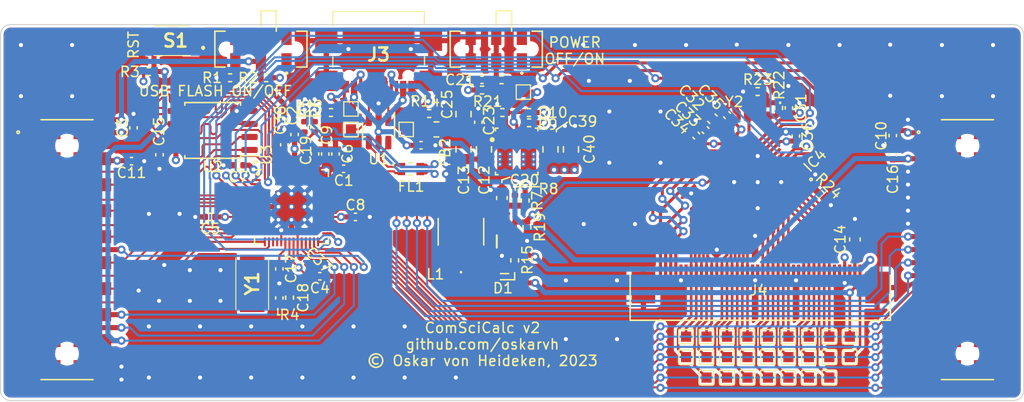
<source format=kicad_pcb>
(kicad_pcb (version 20211014) (generator pcbnew)
  (layers (0 "F.Cu" signal) (1 "In1.Cu" signal) (2 "In2.Cu" signal) (31 "B.Cu" signal) (34 "B.Paste" user) (35 "F.Paste" user) (36 "B.SilkS" user "B.Silkscreen") (37 "F.SilkS" user "F.Silkscreen") (38 "B.Mask" user) (39 "F.Mask" user) (44 "Edge.Cuts" user))
  (net 0 "")
  (net 1 "+5V")
  (net 2 "GND")
  (net 3 "+3V3")
  (net 4 "/MCU/XIN")
  (net 5 "Net-(C18-Pad2)")
  (net 6 "BACKLIGHT_DRIVE")
  (net 7 "SPI0_SCK")
  (net 8 "SPI0_MISO")
  (net 9 "SPI0_MOSI")
  (net 10 "Net-(C21-Pad1)")
  (net 11 "USB_POWER_IN")
  (net 12 "/LCD/FT_1V2")
  (net 13 "/POWER/24V_SW")
  (net 14 "/POWER/USB_EMI_D_P")
  (net 15 "/POWER/USB_EMI_D_N")
  (net 16 "USB_D_N")
  (net 17 "USB_D_P")
  (net 18 "SPI0_CSn")
  (net 19 "FT811_INTN")
  (net 20 "FT811_PDN")
  (net 21 "Net-(R1-Pad1)")
  (net 22 "/MCU/QSPI_CSn")
  (net 23 "/MCU/RSTn{slash}RUN")
  (net 24 "/MCU/XOUT")
  (net 25 "Net-(R9-Pad1)")
  (net 26 "LED_SDBn")
  (net 27 "Net-(R10-Pad1)")
  (net 32 "/MCU/QSPI_SD1")
  (net 33 "/MCU/QSPI_SD2")
  (net 34 "KBD_INTn")
  (net 35 "KBD_RST")
  (net 36 "/MCU/QSPI_SD0")
  (net 37 "/MCU/QSPI_SCLK")
  (net 38 "/MCU/QSPI_SD3")
  (net 39 "SDA0_LED")
  (net 40 "SCL0_LED")
  (net 41 "SDA1_KBD")
  (net 42 "SCL1_KBD")
  (net 43 "GPIO10")
  (net 44 "GPIO11")
  (net 45 "UART0_TX")
  (net 46 "UART0_RX")
  (net 47 "/MCU/SWCLK")
  (net 48 "/MCU/SWD")
  (net 49 "GPIO21")
  (net 50 "GPIO22")
  (net 51 "BACKLIGHT_FB")
  (net 52 "BACKLIGHT_PWM")
  (net 53 "GPIO23")
  (net 54 "/POWER/PWR_EN")
  (net 55 "Net-(IC4-Pad1)")
  (net 58 "/LCD/FT_XOSC")
  (net 60 "/LCD/X+")
  (net 61 "/LCD/Y+")
  (net 62 "/LCD/X-")
  (net 63 "/LCD/Y-")
  (net 64 "/POWER/24V_IN")
  (net 65 "Net-(C19-Pad1)")
  (net 66 "/MCU/USB_RP_P")
  (net 67 "/MCU/USB_RP_N")
  (net 68 "GPIO24")
  (net 69 "GPIO25")
  (net 70 "GPIO27")
  (net 71 "GPIO28")
  (net 72 "GPIO29")
  (net 74 "/POWER/CC1")
  (net 75 "USB_CONN_D_P")
  (net 76 "USB_CONN_D_N")
  (net 78 "/POWER/CC2")
  (net 81 "/LCD/DE")
  (net 82 "/LCD/VSYNC")
  (net 83 "/LCD/HSYNC")
  (net 84 "/LCD/DISP")
  (net 85 "/LCD/PCLK")
  (net 86 "/LCD/B7")
  (net 87 "/LCD/B6")
  (net 88 "/LCD/B5")
  (net 89 "/LCD/B4")
  (net 90 "/LCD/B3")
  (net 91 "/LCD/B2")
  (net 92 "/LCD/G7")
  (net 93 "/LCD/G6")
  (net 94 "/LCD/G5")
  (net 95 "/LCD/G4")
  (net 96 "/LCD/G3")
  (net 97 "/LCD/G2")
  (net 98 "/LCD/R7")
  (net 99 "/LCD/R6")
  (net 100 "/LCD/R5")
  (net 101 "/LCD/R4")
  (net 102 "/LCD/R3")
  (net 103 "/LCD/R2")
  (net 104 "Net-(R22-Pad1)")
  (net 105 "GPIO26")
  (net 107 "GPIO20")
  (net 108 "GPIO19")
  (footprint "TestPoint:TestPoint_Pad_1.0x1.0mm" (layer "F.Cu") (at 124.5 93.5)
    (fp_text reference "TPR5" hide)
    (fp_text value "TestPoint_Small")
  )
  (footprint "Resistor_SMD:R_0402_1005Metric" (layer "F.Cu") (at 76.2 73 90)
    (fp_text reference "R6")
    (fp_text value "27R")
  )
  (footprint "SamacSys_Parts:SOT65P210X110-5N" (layer "F.Cu") (at 95.1 83.25 90)
    (fp_text reference "IC2" hide)
    (fp_text value "TPS92360DCKR" hide)
  )
  (footprint "TestPoint:TestPoint_Pad_1.0x1.0mm" (layer "F.Cu") (at 116.5 93.5)
    (fp_text reference "TPB5" hide)
    (fp_text value "TestPoint_Small")
  )
  (footprint "TestPoint:TestPoint_Pad_1.0x1.0mm" (layer "F.Cu") (at 114.5 95.5)
    (fp_text reference "TP_DISP1" hide)
    (fp_text value "TestPoint_Small")
  )
  (footprint "Capacitor_SMD:C_0603_1608Metric" (layer "F.Cu") (at 115.075 72.2 135)
    (fp_text reference "C32")
    (fp_text value "4.7uF")
  )
  (footprint "Resistor_SMD:R_0402_1005Metric" (layer "F.Cu") (at 94.55 71.6)
    (fp_text reference "R11" hide)
    (fp_text value "DNM")
  )
  (footprint "Capacitor_SMD:C_0402_1005Metric" (layer "F.Cu") (at 76.7075 87.6)
    (fp_text reference "C4")
    (fp_text value "100nF")
  )
  (footprint "Capacitor_SMD:C_0402_1005Metric" (layer "F.Cu") (at 65.9875 81.8 180)
    (fp_text reference "C5")
    (fp_text value "100nF")
  )
  (footprint "SamacSys_Parts:QFN50P700X700X90-49N-D" (layer "F.Cu") (at 119.5 78.4 -135)
    (fp_text reference "IC4")
    (fp_text value "FT811Q-T" hide)
  )
  (footprint "TestPoint:TestPoint_Pad_1.0x1.0mm" (layer "F.Cu") (at 122.5 93.5)
    (fp_text reference "TPG2" hide)
    (fp_text value "TestPoint_Small")
  )
  (footprint "Capacitor_SMD:C_0805_2012Metric" (layer "F.Cu") (at 90.75 71.75 90)
    (fp_text reference "C25")
    (fp_text value "10uF")
  )
  (footprint "TestPoint:TestPoint_Pad_1.0x1.0mm" (layer "F.Cu") (at 122.5 95.5)
    (fp_text reference "TPG3" hide)
    (fp_text value "TestPoint_Small")
  )
  (footprint "Capacitor_SMD:C_0402_1005Metric" (layer "F.Cu") (at 77.2375 75.65 90)
    (fp_text reference "C9")
    (fp_text value "1uF")
  )
  (footprint "Capacitor_SMD:C_0402_1005Metric" (layer "F.Cu") (at 132.7 73.85 -90)
    (fp_text reference "C10")
    (fp_text value "1uF")
  )
  (footprint "Capacitor_SMD:C_0805_2012Metric" (layer "F.Cu") (at 92.75 75.2 -90)
    (fp_text reference "C12")
    (fp_text value "10uF")
  )
  (footprint "Capacitor_SMD:C_0402_1005Metric" (layer "F.Cu") (at 80.1875 81.8)
    (fp_text reference "C8")
    (fp_text value "100nF")
  )
  (footprint "JS202011JAQN:JS202011JAQN" (layer "F.Cu") (at 93.95 65.4 180)
    (fp_text reference "SW2" hide)
    (fp_text value "JS202011JAQN")
  )
  (footprint "TestPoint:TestPoint_Pad_1.0x1.0mm" (layer "F.Cu") (at 114.5 93.5)
    (fp_text reference "TB_PCLK1" hide)
    (fp_text value "TestPoint_Small")
  )
  (footprint "Resistor_SMD:R_0402_1005Metric" (layer "F.Cu") (at 97.15 71.6)
    (fp_text reference "R10")
    (fp_text value "0R")
  )
  (footprint "TestPoint:TestPoint_Pad_1.0x1.0mm" (layer "F.Cu") (at 120.5 97.5)
    (fp_text reference "TPG7" hide)
    (fp_text value "TestPoint_Small")
  )
  (footprint "SamacSys_Parts:ASPI0403S332MT" (layer "F.Cu") (at 90.5 83.25 90)
    (fp_text reference "L1")
    (fp_text value "ASPI-0403S-1R5M-T" hide)
  )
  (footprint "Resistor_SMD:R_0402_1005Metric" (layer "F.Cu") (at 119.5 69.55)
    (fp_text reference "R23")
    (fp_text value "DNM")
  )
  (footprint "Resistor_SMD:R_0402_1005Metric" (layer "F.Cu") (at 97.16 72.6)
    (fp_text reference "R9")
    (fp_text value "10k")
  )
  (footprint "Capacitor_SMD:C_0805_2012Metric" (layer "F.Cu") (at 101.25 75.2 90)
    (fp_text reference "C40")
    (fp_text value "22uF")
  )
  (footprint "SamacSys_Parts:ACM20121022PT001" (layer "F.Cu") (at 85.595 77.12)
    (fp_text reference "FL1")
    (fp_text value "ACM2012-361-2P-T002" hide)
  )
  (footprint "Resistor_SMD:R_0805_2012Metric" (layer "F.Cu") (at 88.1 73.25)
    (fp_text reference "FB2")
    (fp_text value "BLM21PG300SN1D")
  )
  (footprint "TestPoint:TestPoint_Pad_1.0x1.0mm" (layer "F.Cu") (at 126.5 95.5)
    (fp_text reference "TPR3" hide)
    (fp_text value "TestPoint_Small")
  )
  (footprint "Resistor_SMD:R_0402_1005Metric" (layer "F.Cu") (at 75.2 73 90)
    (fp_text reference "R5")
    (fp_text value "27R")
  )
  (footprint "TestPoint:TestPoint_Pad_1.0x1.0mm" (layer "F.Cu") (at 118.5 97.5)
    (fp_text reference "TPB4" hide)
    (fp_text value "TestPoint_Small")
  )
  (footprint "SamacSys_Parts:USB4110GFA" (layer "F.Cu") (at 82.45 65.4 180)
    (fp_text reference "J3")
    (fp_text value "USB4110-GF-A" hide)
  )
  (footprint "TestPoint:TestPoint_Pad_1.0x1.0mm" (layer "F.Cu") (at 118.5 93.5)
    (fp_text reference "TPB2" hide)
    (fp_text value "TestPoint_Small")
  )
  (footprint "TestPoint:TestPoint_Pad_1.0x1.0mm" (layer "F.Cu") (at 126.5 93.5)
    (fp_text reference "TPR2" hide)
    (fp_text value "TestPoint_Small")
  )
  (footprint "TestPoint:TestPoint_Pad_1.0x1.0mm" (layer "F.Cu") (at 112.5 95.5)
    (fp_text reference "TP_DE1" hide)
    (fp_text value "TestPoint_Small")
  )
  (footprint "Resistor_SMD:R_0402_1005Metric" (layer "F.Cu") (at 73.75 89.69 90)
    (fp_text reference "R4")
    (fp_text value "1k")
  )
  (footprint "Capacitor_SMD:C_0402_1005Metric" (layer "F.Cu") (at 92.56 68.4 180)
    (fp_text reference "C21")
    (fp_text value "100nF")
  )
  (footprint "Capacitor_SMD:C_0402_1005Metric" (layer "F.Cu") (at 75.1875 86.1 -45)
    (fp_text reference "C37")
    (fp_text value "100nF")
  )
  (footprint "Capacitor_SMD:C_0402_1005Metric" (layer "F.Cu") (at 61.0375 75.73 -90)
    (fp_text reference "C15")
    (fp_text value "100nF")
  )
  (footprint "TestPoint:TestPoint_Pad_1.0x1.0mm" (layer "F.Cu") (at 85.15 73.25)
    (fp_text reference "TPR8" hide)
    (fp_text value "TestPoint_Small")
  )
  (footprint "Capacitor_SMD:C_0402_1005Metric" (layer "F.Cu") (at 74.2375 73.75 90)
    (fp_text reference "C2")
    (fp_text value "100nF")
  )
  (footprint "JS202011JAQN:JS202011JAQN" (layer "F.Cu") (at 70.95 65.4 180)
    (fp_text reference "SW1" hide)
    (fp_text value "JS202011JAQN")
  )
  (footprint "SamacSys_Parts:EVQP7J01P" (layer "F.Cu") (at 62.6 64.575 180)
    (fp_text reference "S1")
    (fp_text value "EVQ-P7J01P" hide)
  )
  (footprint "TestPoint:TestPoint_Pad_1.0x1.0mm" (layer "F.Cu") (at 112.5 93.5)
    (fp_text reference "TP_VSYNC1" hide)
    (fp_text value "TestPoint_Small")
  )
  (footprint "Resistor_SMD:R_0402_1005Metric" (layer "F.Cu") (at 95.775 80.2 90)
    (fp_text reference "R8")
    (fp_text value "DNM")
  )
  (footprint "TestPoint:TestPoint_Pad_1.0x1.0mm" (layer "F.Cu") (at 79.75 73.25)
    (fp_text reference "TPR1" hide)
    (fp_text value "TestPoint_Small")
  )
  (footprint "Resistor_SMD:R_0402_1005Metric" (layer "F.Cu") (at 96.95 82.8 -90)
    (fp_text reference "R19")
    (fp_text value "1k")
  )
  (footprint "SamacSys_Parts:445I23D24M00000" (layer "F.Cu") (at 70.1 88.3 90)
    (fp_text reference "Y1")
    (fp_text value "445I23D12M00000" hide)
  )
  (footprint "TestPoint:TestPoint_Pad_1.0x1.0mm" (layer "F.Cu") (at 96.6 69.6)
    (fp_text reference "TP1" hide)
    (fp_text value "TestPoint")
  )
  (footprint "SamacSys_Parts:X1G004171001800" (layer "F.Cu") (at 119.5 71.3 180)
    (fp_text reference "Y2")
    (fp_text value "ECS-2520MV-120-BN-TR" hide)
  )
  (footprint "SamacSys_Parts:4-1734839-0" (layer "F.Cu") (at 119.75 91.9)
    (fp_text reference "J4")
    (fp_text value "4-1734839-0" hide)
  )
  (footprint "SamacSys_Parts:TSM-110-YY-ZZZ-DV-A-P-TR" (layer "F.Cu") (at 52 85 90)
    (fp_text reference "J1" hide)
    (fp_text value "TSM-110-01-L-DV-A-P-TR" hide)
  )
  (footprint "Resistor_SMD:R_0402_1005Metric" (layer "F.Cu") (at 95.75 86.05 -90)
    (fp_text reference "R15")
    (fp_text value "22R")
  )
  (footprint "Package_SO:SOIC-8_5.23x5.23mm_P1.27mm" (layer "F.Cu") (at 66.2375 73.35 180)
    (fp_text reference "U2")
    (fp_text value "W25Q32JVSSIQ")
  )
  (footprint "Package_TO_SOT_SMD:SOT-23-6" (layer "F.Cu") (at 82.45 73.4 -90)
    (fp_text reference "U1")
    (fp_text value "USBLC6-2SC6")
  )
  (footprint "Capacitor_SMD:C_0402_1005Metric" (layer "F.Cu") (at 58.3 76.35)
    (fp_text reference "C11")
    (fp_text value "1uF")
  )
  (footprint "Resistor_SMD:R_0402_1005Metric" (layer "F.Cu") (at 96.775 80.2 90)
    (fp_text reference "R7")
    (fp_text value "0R")
  )
  (footprint "TestPoint:TestPoint_Pad_1.0x1.0mm" (layer "F.Cu") (at 118.5 95.5)
    (fp_text reference "TPB3" hide)
    (fp_text value "TestPoint_Small")
  )
  (footprint "Capacitor_SMD:C_0805_2012Metric" (layer "F.Cu") (at 90.75 75.2 -90)
    (fp_text reference "C13")
    (fp_text value "22uF")
  )
  (footprint "TestPoint:TestPoint_Pad_1.0x1.0mm" (layer "F.Cu") (at 116.5 95.5)
    (fp_text reference "TPB6" hide)
    (fp_text value "TestPoint_Small")
  )
  (footprint "Capacitor_SMD:C_0603_1608Metric" (layer "F.Cu") (at 94.5 79.95 90)
    (fp_text reference "C20")
    (fp_text value "4.7uF")
  )
  (footprint "Capacitor_SMD:C_0402_1005Metric" (layer "F.Cu") (at 132.7 75.72 90)
    (fp_text reference "C16")
    (fp_text value "1uF")
  )
  (footprint "Capacitor_SMD:C_0402_1005Metric" (layer "F.Cu") (at 79.0375 77.1)
    (fp_text reference "C1")
    (fp_text value "100nF")
  )
  (footprint "Capacitor_SMD:C_0402_1005Metric" (layer "F.Cu") (at 92.2 72.55 90)
    (fp_text reference "C23")
    (fp_text value "100nF")
  )
  (footprint "Resistor_SMD:R_0402_1005Metric" (layer "F.Cu") (at 77.8 71.6 180)
    (fp_text reference "R18" hide)
    (fp_text value "5.1k")
  )
  (footprint "Capacitor_SMD:C_0402_1005Metric" (layer "F.Cu") (at 86.6 74.8)
    (fp_text reference "C22" hide)
    (fp_text value "10nF")
  )
  (footprint "Capacitor_SMD:C_0402_1005Metric" (layer "F.Cu") (at 116.5 71.85 135)
    (fp_text reference "C35")
    (fp_text value "100nF")
  )
  (footprint "TestPoint:TestPoint_Pad_1.0x1.0mm" (layer "F.Cu") (at 128.5 93.5)
    (fp_text reference "TPDR1" hide)
    (fp_text value "TestPoint_Small")
  )
  (footprint "Capacitor_SMD:C_0402_1005Metric" (layer "F.Cu") (at 73.2375 74.75 90)
    (fp_text reference "C38")
    (fp_text value "100nF")
  )
  (footprint "Resistor_SMD:R_0402_1005Metric" (layer "F.Cu") (at 71.46 68.2 180)
    (fp_text reference "R2")
    (fp_text value "10k")
  )
  (footprint "TestPoint:TestPoint_Pad_1.0x1.0mm" (layer "F.Cu") (at 116.5 97.5)
    (fp_text reference "TPB7" hide)
    (fp_text value "TestPoint_Small")
  )
  (footprint "TestPoint:TestPoint_Pad_1.0x1.0mm" (layer "F.Cu") (at 126.5 97.5)
    (fp_text reference "TPR4" hide)
    (fp_text value "TestPoint_Small")
  )
  (footprint "ul_PTPSM863252RDXR:RDX0007A-MFG" (layer "F.Cu") (at 95.95 75.5)
    (fp_text reference "U4" hide)
    (fp_text value "TPSM863253")
  )
  (footprint "Capacitor_SMD:C_0402_1005Metric" (layer "F.Cu") (at 68.7375 76.75 180)
    (fp_text reference "C7")
    (fp_text value "100nF")
  )
  (footprint "Capacitor_SMD:C_0603_1608Metric" (layer "F.Cu") (at 129 84 90)
    (fp_text reference "C14")
    (fp_text value "1uF")
  )
  (footprint "RP2040_minimal:RP2040-QFN-56" (layer "F.Cu") (at 73.9375 80.8)
    (fp_text reference "U3")
    (fp_text value "RP2040")
  )
  (footprint "Capacitor_SMD:C_0402_1005Metric" (layer "F.Cu") (at 113.5 73.85 135)
    (fp_text reference "C34")
    (fp_text value "100nF")
  )
  (footprint "Resistor_SMD:R_0402_1005Metric" (layer "F.Cu") (at 121.55 71.15 -90)
    (fp_text reference "R22")
    (fp_text value "0R")
  )
  (footprint "SamacSys_Parts:TSM-110-YY-ZZZ-DV-A-P-TR" (layer "F.Cu") (at 140 85 90)
    (fp_text reference "J2" hide)
    (fp_text value "TSM-110-01-L-DV-A-P-TR" hide)
  )
  (footprint "TestPoint:TestPoint_Pad_1.0x1.0mm" (layer "F.Cu") (at 120.5 93.5)
    (fp_text reference "TPG5" hide)
    (fp_text value "TestPoint_Small")
  )
  (footprint "Capacitor_SMD:C_0402_1005Metric" (layer "F.Cu") (at 122.55 71.15 90)
    (fp_text reference "C31")
    (fp_text value "100nF")
  )
  (footprint "SamacSys_Parts:SODFL1006X40N" (layer "F.Cu") (at 94.76 87.64 180)
    (fp_text reference "D1")
    (fp_text value "NSR0240P2T5G" hide)
  )
  (footprint "TestPoint:TestPoint_Pad_1.0x1.0mm" (layer "F.Cu") (at 120.5 95.5)
    (fp_text reference "TPG6" hide)
    (fp_text value "TestPoint_Small")
  )
  (footprint "TestPoint:TestPoint_Pad_1.0x1.0mm" (layer "F.Cu") (at 79.75 71.25)
    (fp_text reference "TPDR3" hide)
    (fp_text value "TestPoint_Small")
  )
  (footprint "Resistor_SMD:R_0402_1005Metric" (layer "F.Cu") (at 59.99 67.6)
    (fp_text reference "R3")
    (fp_text value "10k")
  )
  (footprint "Resistor_SMD:R_0402_1005Metric" (layer "F.Cu") (at 92.56 69.4)
    (fp_text reference "R21")
    (fp_text value "10k")
  )
  (footprint "Capacitor_SMD:C_0402_1005Metric" (layer "F.Cu") (at 72.75 89.72 -90)
    (fp_text reference "C18")
    (fp_text value "27pF")
  )
  (footprint "TestPoint:TestPoint_Pad_1.0x1.0mm" (layer "F.Cu") (at 122.5 97.5)
    (fp_text reference "TPG4" hide)
    (fp_text value "TestPoint_Small")
  )
  (footprint "Capacitor_SMD:C_0402_1005Metric" (layer "F.Cu") (at 72.75 86.88 90)
    (fp_text reference "C17")
    (fp_text value "27pF")
  )
  (footprint "Resistor_SMD:R_0402_1005Metric" (layer "F.Cu") (at 67.94 68.2 180)
    (fp_text reference "R1")
    (fp_text value "1k")
  )
  (footprint "Capacitor_SMD:C_0402_1005Metric" (layer "F.Cu") (at 114.4 73.32 135)
    (fp_text reference "C33")
    (fp_text value "100nF")
  )
  (footprint "TestPoint:TestPoint_Pad_1.0x1.0mm" (layer "F.Cu") (at 114.5 97.5)
    (fp_text reference "TP_HSYNC1" hide)
    (fp_text value "TestPoint_Small")
  )
  (footprint "Resistor_SMD:R_0402_1005Metric" (layer "F.Cu") (at 125.610624 79.610624 -45)
    (fp_text reference "R24")
    (fp_text value "10k")
  )
  (footprint "TestPoint:TestPoint_Pad_1.0x1.0mm" (layer "F.Cu") (at 124.5 97.5)
    (fp_text reference "TPR7" hide)
    (fp_text value "TestPoint_Small")
  )
  (footprint "Capacitor_SMD:C_0402_1005Metric" (layer "F.Cu") (at 58.5 73.1 90)
    (fp_text reference "C3")
    (fp_text value "1uF")
  )
  (footprint "Capacitor_SMD:C_0402_1005Metric" (layer "F.Cu") (at 123.225 73.9 90)
    (fp_text reference "C36")
    (fp_text value "100nF")
  )
  (footprint "Capacitor_SMD:C_0805_2012Metric" (layer "F.Cu") (at 99.25 75.2 90)
    (fp_text reference "C39")
    (fp_text value "22uF")
  )
  (footprint "Resistor_SMD:R_0402_1005Metric" (layer "F.Cu") (at 87.4 71.7)
    (fp_text reference "R14")
    (fp_text value "5.1k")
  )
  (footprint "TestPoint:TestPoint_Pad_1.0x1.0mm" (layer "F.Cu") (at 128.5 95.5)
    (fp_text reference "TPDR2" hide)
    (fp_text value "TestPoint_Small")
  )
  (footprint "Capacitor_SMD:C_0402_1005Metric" (layer "F.Cu") (at 78.2375 75.65 90)
    (fp_text reference "C6")
    (fp_text value "100nF")
  )
  (footprint "TestPoint:TestPoint_Pad_1.0x1.0mm" (layer "F.Cu") (at 124.5 95.5)
    (fp_text reference "TPR6" hide)
    (fp_text value "TestPoint_Small")
  )
  (footprint "Capacitor_SMD:C_0402_1005Metric" (layer "F.Cu") (at 76.2375 75.65 90)
    (fp_text reference "C19")
    (fp_text value "1uF")
  )
  (footprint "Resistor_SMD:R_0402_1005Metric" (layer "F.Cu") (at 94.46 68.4)
    (fp_text reference "R20" hide)
    (fp_text value "1k")
  )
  (gr_circle (center 70.65 77.575) (end 70.7 77.625) (layer "F.SilkS") (width 0.15) (fill none))
  (gr_line (start 72.8 91.375) (end 72.6 91.375) (layer "F.SilkS") (width 0.15))
  (gr_line (start 95.8 79.2) (end 95.8 78.85) (layer "F.SilkS") (width 0.15))
  (gr_circle (center 70.425 76.425) (end 70.475 76.475) (layer "F.SilkS") (width 0.15) (fill none))
  (gr_line (start 99.825 73.275) (end 100.9 72.55) (layer "F.SilkS") (width 0.15))
  (gr_line (start 95.75 87.25) (end 95.75 87.94) (layer "F.SilkS") (width 0.15))
  (gr_line (start 95.8 78.85) (end 98.15 78.85) (layer "F.SilkS") (width 0.15))
  (gr_line (start 99.825 73.475) (end 99.825 73.275) (layer "F.SilkS") (width 0.15))
  (gr_line (start 95.75 87.94) (end 95.525 87.94) (layer "F.SilkS") (width 0.15))
  (gr_line (start 94.5 78.175) (end 95.275 77.925) (layer "F.SilkS") (width 0.15))
  (gr_line (start 72.6 91.375) (end 72.6 90.75) (layer "F.SilkS") (width 0.15))
  (gr_line (start 94.5 78.425) (end 94.5 78.175) (layer "F.SilkS") (width 0.15))
  (gr_line (start 145.5 98.75) (end 145.5 64) (layer "Edge.Cuts") (width 0.1))
  (gr_line (start 46.5 99.75) (end 144.5 99.75) (layer "Edge.Cuts") (width 0.1))
  (gr_arc (start 46.5 99.75) (mid 45.792893 99.457107) (end 45.5 98.75) (layer "Edge.Cuts") (width 0.1))
  (gr_arc (start 45.5 64) (mid 45.792893 63.292893) (end 46.5 63) (layer "Edge.Cuts") (width 0.1))
  (gr_arc (start 145.5 98.75) (mid 145.207107 99.457107) (end 144.5 99.75) (layer "Edge.Cuts") (width 0.1))
  (gr_line (start 144.5 63) (end 46.5 63) (layer "Edge.Cuts") (width 0.1))
  (gr_arc (start 144.5 63) (mid 145.207107 63.292893) (end 145.5 64) (layer "Edge.Cuts") (width 0.1))
  (gr_line (start 45.5 64) (end 45.5 98.75) (layer "Edge.Cuts") (width 0.1))
  (gr_text "USB FLASH ON/OFF" (at 66.5 69.5) (layer "F.SilkS") (effects (font (size 1 1))))
  (gr_text "RST" (at 58.5 65 90) (layer "F.SilkS") (effects (font (size 1 1))))
  (gr_text "ComSciCalc v2\ngithub.com/oskarvh\n© Oskar von Heideken, 2023" (at 92.6 94.25) (layer "F.SilkS") (effects (font (size 1 1))))
  (gr_text "POWER\nOFF/ON" (at 101.625 65.55) (layer "F.SilkS") (effects (font (size 1 1))))
  (segment (start 56.9 76.3) (end 57.77 76.3) (width 0.5) (layer "F.Cu") (net 1))
  (segment (start 94.637501 74.187501) (end 92.812499 74.187501) (width 0.5) (layer "F.Cu") (net 1))
  (segment (start 92.812499 74.187501) (end 92.75 74.25) (width 0.5) (layer "F.Cu") (net 1))
  (segment (start 134.2 76.11) (end 134.19 76.1) (width 0.5) (layer "F.Cu") (net 1))
  (segment (start 92.05 69.4) (end 91.2 69.4) (width 0.5) (layer "F.Cu") (net 1))
  (segment (start 54.665 76.3) (end 54.475 76.11) (width 0.5) (layer "F.Cu") (net 1))
  (segment (start 137.025 76.11) (end 134.2 76.11) (width 0.5) (layer "F.Cu") (net 1))
  (segment (start 57.77 76.3) (end 57.82 76.35) (width 0.5) (layer "F.Cu") (net 1))
  (segment (start 132.7 76.2) (end 134.09 76.2) (width 0.5) (layer "F.Cu") (net 1))
  (segment (start 95.775 79.69) (end 95.775 78.8) (width 0.5) (layer "F.Cu") (net 1))
  (segment (start 133.95 76.11) (end 133.94 76.1) (width 0.3) (layer "F.Cu") (net 1))
  (segment (start 56.9 76.3) (end 54.665 76.3) (width 0.5) (layer "F.Cu") (net 1))
  (segment (start 134.09 76.2) (end 134.19 76.1) (width 0.5) (layer "F.Cu") (net 1))
  (via (at 134.19 76.1) (size 0.8) (drill 0.4) (layers "F.Cu" "B.Cu") (net 1))
  (via (at 95.775 78.8) (size 0.8) (drill 0.4) (layers "F.Cu" "B.Cu") (net 1))
  (via (at 89.2 74.6) (size 0.8) (drill 0.4) (layers "F.Cu" "B.Cu") (net 1))
  (via (at 56.9 76.3) (size 0.8) (drill 0.4) (layers "F.Cu" "B.Cu") (net 1))
  (via (at 91.2 69.4) (size 0.8) (drill 0.4) (layers "F.Cu" "B.Cu") (net 1))
  (segment (start 92.625489 78.375489) (end 91.549511 77.299511) (width 0.5) (layer "B.Cu") (net 1))
  (segment (start 95.350489 78.375489) (end 92.625489 78.375489) (width 0.5) (layer "B.Cu") (net 1))
  (segment (start 101.6 86) (end 119.1 86) (width 0.5) (layer "B.Cu") (net 1))
  (segment (start 91.549511 75.649511) (end 90.5 74.6) (width 0.5) (layer "B.Cu") (net 1))
  (segment (start 129 76.1) (end 134.19 76.1) (width 0.5) (layer "B.Cu") (net 1))
  (segment (start 119.1 86) (end 129 76.1) (width 0.5) (layer "B.Cu") (net 1))
  (segment (start 95.775 81.805) (end 96.81 82.84) (width 0.5) (layer "B.Cu") (net 1))
  (segment (start 98.44 82.84) (end 101.6 86) (width 0.5) (layer "B.Cu") (net 1))
  (segment (start 90.5 74.6) (end 89.2 74.6) (width 0.5) (layer "B.Cu") (net 1))
  (segment (start 91.549511 77.299511) (end 91.549511 75.649511) (width 0.5) (layer "B.Cu") (net 1))
  (segment (start 95.775 78.8) (end 95.350489 78.375489) (width 0.5) (layer "B.Cu") (net 1))
  (segment (start 96.81 82.84) (end 98.44 82.84) (width 0.5) (layer "B.Cu") (net 1))
  (segment (start 95.775 78.8) (end 95.775 81.805) (width 0.5) (layer "B.Cu") (net 1))
  (segment (start 115.5 87) (end 115.5 85) (width 0.25) (layer "F.Cu") (net 2))
  (segment (start 123.25 88) (end 123.5 87.75) (width 0.3) (layer "F.Cu") (net 2))
  (segment (start 118.99 69.55) (end 118.075 69.55) (width 0.5) (layer "F.Cu") (net 2))
  (segment (start 75.526911 86.439411) (end 75.7875 86.7) (width 0.5) (layer "F.Cu") (net 2))
  (segment (start 74.2375 73.27) (end 73.2575 73.27) (width 0.5) (layer "F.Cu") (net 2))
  (segment (start 85.8 69.5) (end 85.9 69.6) (width 0.5) (layer "F.Cu") (net 2))
  (segment (start 118.075 70.075) (end 118.65 70.65) (width 0.5) (layer "F.Cu") (net 2))
  (segment (start 95.75 86.56) (end 94.87 86.56) (width 0.5) (layer "F.Cu") (net 2))
  (segment (start 137.025 81.19) (end 134.197144 81.19) (width 0.5) (layer "F.Cu") (net 2))
  (segment (start 140.714286 77.370714) (end 134.19 77.370714) (width 0.5) (layer "F.Cu") (net 2))
  (segment (start 87.91 71.7) (end 87.91 71.49) (width 0.5) (layer "F.Cu") (net 2))
  (segment (start 87.56 68.503) (end 87.56 64.573) (width 0.5) (layer "F.Cu") (net 2))
  (segment (start 79.5175 76.155) (end 79.5125 76.15) (width 0.5) (layer "F.Cu") (net 2))
  (segment (start 125.125 77.65) (end 124.673919 77.198919) (width 0.3) (layer "F.Cu") (net 2))
  (segment (start 121.951596 73.473531) (end 122.25 73.473531) (width 0.3) (layer "F.Cu") (net 2))
  (segment (start 68.5875 71.45) (end 68.5925 71.445) (width 0.5) (layer "F.Cu") (net 2))
  (segment (start 87.91 71.49) (end 88.8 70.6) (width 0.5) (layer "F.Cu") (net 2))
  (segment (start 117.2 78.4) (end 116.318019 78.4) (width 0.3) (layer "F.Cu") (net 2))
  (segment (start 142.475 81.19) (end 142.475 73.57) (width 0.5) (layer "F.Cu") (net 2))
  (segment (start 77.1875 87.6) (end 77.1875 86.7) (width 0.5) (layer "F.Cu") (net 2))
  (segment (start 120.702082 74.723045) (end 121.951596 73.473531) (width 0.3) (layer "F.Cu") (net 2))
  (segment (start 85.8 69.078) (end 86.985 69.078) (width 0.5) (layer "F.Cu") (net 2))
  (segment (start 68.5925 71.445) (end 69.8375 71.445) (width 0.5) (layer "F.Cu") (net 2))
  (segment (start 122.681981 78.4) (end 119.5 78.4) (width 0.3) (layer "F.Cu") (net 2))
  (segment (start 49.525 96.43) (end 50.795714 97.700714) (width 0.5) (layer "F.Cu") (net 2))
  (segment (start 79.1 69.078) (end 77.915 69.078) (width 0.5) (layer "F.Cu") (net 2))
  (segment (start 85.9 69.6) (end 85.9 70.4) (width 0.5) (layer "F.Cu") (net 2))
  (segment (start 119.25 83.65) (end 119.25 83.029037) (width 0.25) (layer "F.Cu") (net 2))
  (segment (start 141.21143 82.45357) (end 142.475 81.19) (width 0.5) (layer "F.Cu") (net 2))
  (segment (start 58.5 72.62) (end 58.5 71.73) (width 0.5) (layer "F.Cu") (net 2))
  (segment (start 94.87 86.56) (end 94.5 86.19) (width 0.5) (layer "F.Cu") (net 2))
  (segment (start 124.22 73.42) (end 124.3 73.5) (width 0.5) (layer "F.Cu") (net 2))
  (segment (start 119.25 88) (end 119.5 87.75) (width 0.3) (layer "F.Cu") (net 2))
  (segment (start 123 87.75) (end 123 87) (width 0.3) (layer "F.Cu") (net 2))
  (segment (start 128.5 87) (end 128.5 87.75) (width 0.3) (layer "F.Cu") (net 2))
  (segment (start 140.712858 79.912142) (end 134.19 79.912142) (width 0.5) (layer "F.Cu") (net 2))
  (segment (start 127 87) (end 127.5 87) (width 0.3) (layer "F.Cu") (net 2))
  (segment (start 141.975 78.65) (end 140.712858 79.912142) (width 0.5) (layer "F.Cu") (net 2))
  (segment (start 77.29 70.79) (end 76.8 70.3) (width 0.5) (layer "F.Cu") (net 2))
  (segment (start 123.57 70.67) (end 123.575 70.675) (width 0.5) (layer "F.Cu") (net 2))
  (segment (start 72.75 89.24) (end 72.75 88.3) (width 0.5) (layer "F.Cu") (net 2))
  (segment (start 134.197144 81.19) (end 134.19 81.182856) (width 0.5) (layer "F.Cu") (net 2))
  (segment (start 128.5 87.75) (end 128 88.25) (width 0.3) (layer "F.Cu") (net 2))
  (segment (start 132.7 74.33) (end 132.7 75.24) (width 0.5) (layer "F.Cu") (net 2))
  (segment (start 123.225 73.42) (end 124.22 73.42) (width 0.5) (layer "F.Cu") (net 2))
  (segment (start 134.19 82.45357) (end 141.21143 82.45357) (width 0.5) (layer "F.Cu") (net 2))
  (segment (start 94.5 86.19) (end 94.5 85.6) (width 0.5) (layer "F.Cu") (net 2))
  (segment (start 54.475 96.43) (end 57.32 96.43) (width 0.5) (layer "F.Cu") (net 2))
  (segment (start 123.5 87.75) (end 123.5 87) (width 0.3) (layer "F.Cu") (net 2))
  (segment (start 133.95 81.19) (end 133.94 81.2) (width 0.3) (layer "F.Cu") (net 2))
  (segment (start 61.0375 76.21) (end 61.0375 77.1) (width 0.5) (layer "F.Cu") (net 2))
  (segment (start 112 88) (end 112 87) (width 0.3) (layer "F.Cu") (net 2))
  (segment (start 119.25 83.029037) (end 119.005025 82.784062) (width 0.25) (layer "F.Cu") (net 2))
  (segment (start 123.530509 77.551472) (end 122.681981 78.4) (width 0.3) (layer "F.Cu") (net 2))
  (segment (start 140.704286 72.299286) (end 134.18 72.299286) (width 0.5) (layer "F.Cu") (net 2))
  (segment (start 79.1625 75.175) (end 76.2425 75.175) (width 0.5) (layer "F.Cu") (net 2))
  (segment (start 119.424873 75.85) (end 119.5 75.85) (width 0.3) (layer "F.Cu") (net 2))
  (segment (start 97.231405 74.224222) (end 101.224222 74.224222) (width 0.5) (layer "F.Cu") (net 2))
  (segment (start 92.08 68.4) (end 91.2 68.4) (width 0.5) (layer "F.Cu") (net 2))
  (segment (start 65.5075 81.8) (end 64.5375 81.8) (width 0.5) (layer "F.Cu") (net 2))
  (segment (start 72.9375 84.2375) (end 72.9375 83.1) (width 0.2) (layer "F.Cu") (net 2))
  (segment (start 134.198572 78.65) (end 134.19 78.641428) (width 0.5) (layer "F.Cu") (net 2))
  (segment (start 80.6675 81.8) (end 81.5875 81.8) (width 0.5) (layer "F.Cu") (net 2))
  (segment (start 86.985 69.078) (end 87.56 68.503) (width 0.5) (layer "F.Cu") (net 2))
  (segment (start 118.297918 74.723045) (end 119.424873 75.85) (width 0.3) (layer "F.Cu") (net 2))
  (segment (start 72.75 87.36) (end 72.75 88.3) (width 0.5) (layer "F.Cu") (net 2))
  (segment (start 123.225 73.42) (end 122.303531 73.42) (width 0.5) (layer "F.Cu") (net 2))
  (segment (start 95.1 84.2) (end 95.1 85) (width 0.25) (layer "F.Cu") (net 2))
  (segment (start 73.2575 73.27) (end 73.2375 73.25) (width 0.5) (layer "F.Cu") (net 2))
  (segment (start 50.795714 97.700714) (end 57.32 97.700714) (width 0.5) (layer "F.Cu") (net 2))
  (segment (start 75.7875 86.7) (end 77.1875 86.7) (width 0.5) (layer "F.Cu") (net 2))
  (segment (start 125.971248 79.971248) (end 126.65 80.65) (width 0.5) (layer "F.Cu") (net 2))
  (segment (start 127.5 87.75) (end 128 88.25) (width 0.3) (layer "F.Cu") (net 2))
  (segment (start 77.915 69.078) (end 77.34 68.503) (width 0.5) (layer "F.Cu") (net 2))
  (segment (start 77.34 68.503) (end 77.34 64.573) (width 0.5) (layer "F.Cu") (net 2))
  (segment (start 141.975 73.57) (end 140.704286 72.299286) (width 0.5) (layer "F.Cu") (net 2))
  (segment (start 76.2425 75.175) (end 76.2375 75.17) (width 0.5) (layer "F.Cu") (net 2))
  (segment (start 73.2375 74.27) (end 73.2375 73.25) (width 0.5) (layer "F.Cu") (net 2))
  (segment (start 79.5175 77.1) (end 79.5175 76.155) (width 0.5) (layer "F.Cu") (net 2))
  (segment (start 67.43 68.2) (end 66.6 68.2) (width 0.5) (layer "F.Cu") (net 2))
  (segment (start 124.673919 77.198919) (end 123.883062 77.198919) (width 0.3) (layer "F.Cu") (net 2))
  (segment (start 116.318019 78.4) (end 115.469491 77.551472) (width 0.3) (layer "F.Cu") (net 2))
  (segment (start 137.025 78.65) (end 134.198572 78.65) (width 0.5) (layer "F.Cu") (net 2))
  (segment (start 123.883062 77.198919) (end 123.530509 77.551472) (width 0.3) (layer "F.Cu") (net 2))
  (segment (start 119.25 88) (end 119 87.75) (width 0.3) (layer "F.Cu") (net 2))
  (segment (start 68.2575 76.75) (end 67.2875 76.75) (width 0.5) (layer "F.Cu") (net 2))
  (segment (start 122.303531 73.42) (end 122.25 73.473531) (width 0.5) (layer "F.Cu") (net 2))
  (segment (start 119 87.75) (end 119 87) (width 0.3) (layer "F.Cu") (net 2))
  (segment (start 120.702082 74.723045) (end 119.5 75.925127) (width 0.3) (layer "F.Cu") (net 2))
  (segment (start 141.975 76.11) (end 140.714286 77.370714) (width 0.5) (layer "F.Cu") (net 2))
  (segment (start 123.25 88) (end 123 87.75) (width 0.3) (layer "F.Cu") (net 2))
  (segment (start 127.5 87) (end 127.5 87.75) (width 0.3) (layer "F.Cu") (net 2))
  (segment (start 82.45 72.2625) (end 82.45 70.7) (width 0.5) (layer "F.Cu") (net 2))
  (segment (start 119.5 87.75) (end 119.5 87) (width 0.3) (layer "F.Cu") (net 2))
  (segment (start 118.075 69.55) (end 118.075 70.075) (width 0.5) (layer "F.Cu") (net 2))
  (segment (start 77.29 71.6) (end 77.29 70.79) (width 0.5) (layer "F.Cu") (net 2))
  (segment (start 95.1 85) (end 94.5 85.6) (width 0.25) (layer "F.Cu") (net 2))
  (segment (start 122.55 70.67) (end 123.57 70.67) (width 0.5) (layer "F.Cu") (net 2))
  (segment (start 119.5 75.925127) (end 119.5 78.4) (width 0.3) (layer "F.Cu") (net 2))
  (segment (start 76.8 70.3) (end 76.2 70.3) (width 0.5) (layer "F.Cu") (net 2))
  (via (at 119.25 83.65) (size 0.8) (drill 0.4) (layers "F.Cu" "B.Cu") (net 2))
  (via (at 132.45205 64.968451) (size 0.8) (drill 0.4) (layers "F.Cu" "B.Cu") (net 2))
  (via (at 85.6 65.4) (size 0.8) (drill 0.4) (layers "F.Cu" "B.Cu") (net 2))
  (via (at 124.3 73.5) (size 0.8) (drill 0.4) (layers "F.Cu" "B.Cu") (net 2))
  (via (at 119.5 80.95) (size 0.8) (drill 0.4) (layers "F.Cu" "B.Cu") (net 2))
  (via (at 47.5 70) (size 0.8) (drill 0.4) (layers "F.Cu" "B.Cu") (net 2))
  (via (at 65 97.5) (size 0.8) (drill 0.4) (layers "F.Cu" "B.Cu") (net 2))
  (via (at 123.575 70.675) (size 0.8) (drill 0.4) (layers "F.Cu" "B.Cu") (net 2))
  (via (at 100.65 72.9) (size 0.8) (drill 0.4) (layers "F.Cu" "B.Cu") (net 2))
  (via (at 79.5125 76.15) (size 0.8) (drill 0.4) (layers "F.Cu" "B.Cu") (net 2))
  (via (at 60 81.5) (size 0.8) (drill 0.4) (layers "F.Cu" "B.Cu") (net 2))
  (via (at 107.5 82.5) (size 0.8) (drill 0.4) (layers "F.Cu" "B.Cu") (net 2))
  (via (at 67.2875 76.75) (size 0.8) (drill 0.4) (layers "F.Cu" "B.Cu") (net 2))
  (via (at 79.1625 75.175) (size 0.8) (drill 0.4) (layers "F.Cu" "B.Cu") (net 2))
  (via (at 60 97.5) (size 0.8) (drill 0.4) (layers "F.Cu" "B.Cu") (net 2))
  (via (at 107 68.5) (size 0.8) (drill 0.4) (layers "F.Cu" "B.Cu") (net 2))
  (via (at 75 97.5) (size 0.8) (drill 0.4) (layers "F.Cu" "B.Cu") (net 2))
  (via (at 88 74.8) (size 0.8) (drill 0.4) (layers "F.Cu" "B.Cu") (net 2))
  (via (at 132.45205 69.954686) (size 0.8) (drill 0.4) (layers "F.Cu" "B.Cu") (net 2))
  (via (at 115.5 85) (size 0.8) (drill 0.4) (layers "F.Cu" "B.Cu") (net 2))
  (via (at 122.5 65) (size 0.8) (drill 0.4) (layers "F.Cu" "B.Cu") (net 2))
  (via (at 75.25 70.3) (size 0.8) (drill 0.4) (layers "F.Cu" "B.Cu") (net 2))
  (via (at 117.45205 64.968451) (size 0.8) (drill 0.4) (layers "F.Cu" "B.Cu") (net 2))
  (via (at 101.65 72.9) (size 0.8) (drill 0.4) (layers "F.Cu" "B.Cu") (net 2))
  (via (at 80 92.5) (size 0.8) (drill 0.4) (layers "F.Cu" "B.Cu") (net 2))
  (via (at 52.5 65) (size 0.8) (drill 0.4) (layers "F.Cu" "B.Cu") (net 2))
  (via (at 89.05 76.65) (size 0.8) (drill 0.4) (layers "F.Cu" "B.Cu") (net 2))
  (via (at 112 88) (size 0.8) (drill 0.4) (layers "F.Cu" "B.Cu") (net 2))
  (via (at 85 97.5) (size 0.8) (drill 0.4) (layers "F.Cu" "B.Cu") (net 2))
  (via (at 67 90) (size 0.8) (drill 0.4) (layers "F.Cu" "B.Cu") (net 2))
  (via (at 64 90) (size 0.8) (drill 0.4) (layers "F.Cu" "B.Cu") (net 2))
  (via (at 90 97.5) (size 0.8) (drill 0.4) (layers "F.Cu" "B.Cu") (net 2))
  (via (at 91.2 68.4) (size 0.8) (drill 0.4) (layers "F.Cu" "B.Cu") (net 2))
  (via (at 100.75 88) (size 0.8) (drill 0.4) (layers "F.Cu" "B.Cu") (net 2))
  (via (at 61.5 86.5) (size 0.8) (drill 0.4) (layers "F.Cu" "B.Cu") (net 2))
  (via (at 73.2375 73.25) (size 0.8) (drill 0.4) (layers "F.Cu" "B.Cu") (net 2))
  (via (at 134.19 81.182856) (size 0.8) (drill 0.4) (layers "F.Cu" "B.Cu") (net 2))
  (via (at 105.75 88) (size 0.8) (drill 0.4) (layers "F.Cu" "B.Cu") (net 2))
  (via (at 134.18 72.299286) (size 0.8) (drill 0.4) (layers "F.Cu" "B.Cu") (net 2))
  (via (at 105 71.5) (size 0.8) (drill 0.4) (layers "F.Cu" "B.Cu") (net 2))
  (via (at 93.4 79.175) (size 0.8) (drill 0.4) (layers "F.Cu" "B.Cu") (net 2))
  (via (at 131.775 74.8) (size 0.8) (drill 0.4) (layers "F.Cu" "B.Cu") (net 2))
  (via (at 65 92.5) (size 0.8) (drill 0.4) (layers "F.Cu" "B.Cu") (net 2))
  (via (at 103 68.5) (size 0.8) (drill 0.4) (layers "F.Cu" "B.Cu") (net 2))
  (via (at 137.5 70) (size 0.8) (drill 0.4) (layers "F.Cu" "B.Cu") (net 2))
  (via (at 82.45 70.7) (size 0.8) (drill 0.4) (layers "F.Cu" "B.Cu") (net 2))
  (via (at 105.75 93.75) (size 0.8) (drill 0.4) (layers "F.Cu" "B.Cu") (net 2))
  (via (at 121.8 78.4) (size 0.8) (drill 0.4) (layers "F.Cu" "B.Cu") (net 2))
  (via (at 112.5 65) (size 0.8) (drill 0.4) (layers "F.Cu" "B.Cu") (net 2))
  (via (at 89.05 77.6) (size 0.8) (drill 0.4) (layers "F.Cu" "B.Cu") (net 2))
  (via (at 64 87) (size 0.8) (drill 0.4) (layers "F.Cu" "B.Cu") (net 2))
  (via (at 67 87) (size 0.8) (drill 0.4) (layers "F.Cu" "B.Cu") (net 2))
  (via (at 92.2 71.2) (size 0.8) (drill 0.4) (layers "F.Cu" "B.Cu") (net 2))
  (via (at 88.8 70.6) (size 0.8) (drill 0.4) (layers "F.Cu" "B.Cu") (net 2))
  (via (at 134.19 77.370714) (size 0.8) (drill 0.4) (layers "F.Cu" "B.Cu") (net 2))
  (via (at 63 81.5) (size 0.8) (drill 0.4) (layers "F.Cu" "B.Cu") (net 2))
  (via (at 81.5875 81.8) (size 0.8) (drill 0.4) (layers "F.Cu" "B.Cu") (net 2))
  (via (at 122.5 69) (size 0.8) (drill 0.4) (layers "F.Cu" "B.Cu") (net 2))
  (via (at 110 76.5) (size 0.8) (drill 0.4) (layers "F.Cu" "B.Cu") (net 2))
  (via (at 119.5 78.4) (size 0.8) (drill 0.4) (layers "F.Cu" "B.Cu") (net 2))
  (via (at 137.5 65) (size 0.8) (drill 0.4) (layers "F.Cu" "B.Cu") (net 2))
  (via (at 58.5 71.73) (size 0.8) (drill 0.4) (layers "F.Cu" "B.Cu") (net 2))
  (via (at 79.5 65.4) (size 0.8) (drill 0.4) (layers "F.Cu" "B.Cu") (net 2))
  (via (at 118.075 69.55) (size 0.8) (drill 0.4) (layers "F.Cu" "B.Cu") (net 2))
  (via (at 126.65 80.65) (size 0.8) (drill 0.4) (layers "F.Cu" "B.Cu") (net 2))
  (via (at 119.5 75.85) (size 0.8) (drill 0.4) (layers "F.Cu" "B.Cu") (net 2))
  (via (at 94.04 70.76) (size 0.8) (drill 0.4) (layers "F.Cu" "B.Cu") (net 2))
  (via (at 70 97.5) (size 0.8) (drill 0.4) (layers "F.Cu" "B.Cu") (net 2))
  (via (at 125.125 77.65) (size 0.8) (drill 0.4) (layers "F.Cu" "B.Cu") (net 2))
  (via (at 113 79.5) (size 0.8) (drill 0.4) (layers "F.Cu" "B.Cu") (net 2))
  (via (at 99.65 72.9) (size 0.8) (drill 0.4) (layers "F.Cu" "B.Cu") (net 2))
  (via (at 68.5875 71.45) (size 0.8) (drill 0.4) (layers "F.Cu" "B.Cu") (net 2))
  (via (at 134.19 78.641428) (size 0.8) (drill 0.4) (layers "F.Cu" "B.Cu") (net 2))
  (via (at 107.5 65) (size 0.8) (drill 0.4) (layers "F.Cu" "B.Cu") (net 2))
  (via (at 142.5 70) (size 0.8) (drill 0.4) (layers "F.Cu" "B.Cu") (net 2))
  (via (at 122.25 73.473531) (size 0.8) (drill 0.4) (layers "F.Cu" "B.Cu") (net 2))
  (via (at 66.6 68.2) (size 0.8) (drill 0.4) (layers "F.Cu" "B.Cu") (net 2))
  (via (at 70 92.5) (size 0.8) (drill 0.4) (layers "F.Cu" "B.Cu") (net 2))
  (via (at 113.425 72.35) (size 0.8) (drill 0.4) (layers "F.Cu" "B.Cu") (net 2))
  (via (at 96.96 84.14) (size 0.8) (drill 0.4) (layers "F.Cu" "B.Cu") (net 2))
  (via (at 110 71.5) (size 0.8) (drill 0.4) (layers "F.Cu" "B.Cu") (net 2))
  (via (at 76.2 70.3) (size 0.8) (drill 0.4) (layers "F.Cu" "B.Cu") (net 2))
  (via (at 128 88.25) (size 0.8) (drill 0.4) (layers "F.Cu" "B.Cu") (net 2))
  (via (at 59 89) (size 0.8) (drill 0.4) (layers "F.Cu" "B.Cu") (net 2))
  (via (at 77.1875 86.7) (size 0.8) (drill 0.4) (layers "F.Cu" "B.Cu") (net 2))
  (via (at 129 82) (size 0.8) (drill 0.4) (layers "F.Cu" "B.Cu") (net 2))
  (via (at 59.545 76.35) (size 0.8) (drill 0.4) (layers "F.Cu" "B.Cu") (net 2))
  (via (at 57.32 97.700714) (size 0.8) (drill 0.4) (layers "F.Cu" "B.Cu") (net 2))
  (via (at 64.5375 81.8) (size 0.8) (drill 0.4) (layers "F.Cu" "B.Cu") (net 2))
  (via (at 105 76.5) (size 0.8) (drill 0.4) (layers "F.Cu" "B.Cu") (net 2))
  (via (at 134.19 82.45357) (size 0.8) (drill 0.4) (layers "F.Cu" "B.Cu") (net 2))
  (via (at 85 92.5) (size 0.8) (drill 0.4) (layers "F.Cu" "B.Cu") (net 2))
  (via (at 102.45205 64.968451) (size 0.8) (drill 0.4) (layers "F.Cu" "B.Cu") (net 2))
  (via (at 85.9 70.4) (size 0.8) (drill 0.4) (layers "F.Cu" "B.Cu") (net 2))
  (via (at 61.0375 77.1) (size 0.8) (drill 0.4) (layers "F.Cu" "B.Cu") (net 2))
  (via (at 72.9375 83.1) (size 0.8) (drill 0.4) (layers "F.Cu" "B.Cu") (net 2))
  (via (at 134.19 79.912142) (size 0.8) (drill 0.4) (layers "F.Cu" "B.Cu") (net 2))
  (via (at 72.75 88.3) (size 0.8) (drill 0.4) (layers "F.Cu" "B.Cu") (net 2))
  (via (at 47.5 65) (size 0.8) (drill 0.4) (layers "F.Cu" "B.Cu") (net 2))
  (via (at 57.32 96.43) (size 0.8) (drill 0.4) (layers "F.Cu" "B.Cu") (net 2))
  (via (at 52.5 70) (size 0.8) (drill 0.4) (layers "F.Cu" "B.Cu") (net 2))
  (via (at 115.25 70.625) (size 0.8) (drill 0.4) (layers "F.Cu" "B.Cu") (net 2))
  (via (at 75 92.5) (size 0.8) (drill 0.4) (layers "F.Cu" "B.Cu") (net 2))
  (via (at 100.75 93.75) (size 0.8) (drill 0.4) (layers "F.Cu" "B.Cu") (net 2))
  (via (at 90.75 77.2) (size 0.8) (drill 0.4) (layers "F.Cu" "B.Cu") (net 2))
  (via (at 123.25 88) (size 0.8) (drill 0.4) (layers "F.Cu" "B.Cu") (net 2))
  (via (at 119.25 88) (size 0.8) (drill 0.4) (layers "F.Cu" "B.Cu") (net 2))
  (via (at 60 92.5) (size 0.8) (drill 0.4) (layers "F.Cu" "B.Cu") (net 2))
  (via (at 102.5 82.5) (size 0.8) (drill 0.4) (layers "F.Cu" "B.Cu") (net 2))
  (via (at 142.5 65) (size 0.8) (drill 0.4) (layers "F.Cu" "B.Cu") (net 2))
  (via (at 80 97.5) (size 0.8) (drill 0.4) (layers "F.Cu" "B.Cu") (net 2))
  (via (at 117.2 78.4) (size 0.8) (drill 0.4) (layers "F.Cu" "B.Cu") (net 2))
  (via (at 127.5 65) (size 0.8) (drill 0.4) (layers "F.Cu" "B.Cu") (net 2))
  (via (at 92.75 77.2) (size 0.8) (drill 0.4) (layers "F.Cu" "B.Cu") (net 2))
  (via (at 94.5 85.6) (size 0.8) (drill 0.4) (layers "F.Cu" "B.Cu") (net 2))
  (via (at 61 90) (size 0.8) (drill 0.4) (layers "F.Cu" "B.Cu") (net 2))
  (segment (start 71.97 68.2) (end 72.8 68.2) (width 0.5) (layer "F.Cu") (net 3))
  (segment (start 61.0425 75.255) (end 61.0375 75.25) (width 0.5) (layer "F.Cu") (net 3))
  (segment (start 62.6375 75.255) (end 62.6375 76.25) (width 0.5) (layer "F.Cu") (net 3))
  (segment (start 57.32 73.6) (end 58.48 73.6) (width 0.5) (layer "F.Cu") (net 3))
  (segment (start 122.55 71.63) (end 123.595 71.63) (width 0.5) (layer "F.Cu") (net 3))
  (segment (start 77.375 81.8) (end 78.7875 81.8) (width 0.2) (layer "F.Cu") (net 3))
  (segment (start 116.839411 72.189411) (end 117.9 73.25) (width 0.3) (layer "F.Cu") (net 3))
  (segment (start 70.5 77.443532) (end 70.221984 77.165516) (width 0.2) (layer "F.Cu") (net 3))
  (segment (start 116.104053 74.6505) (end 117.237258 75.783705) (width 0.3) (layer "F.Cu") (net 3))
  (segment (start 62.6375 75.255) (end 61.0425 75.255) (width 0.5) (layer "F.Cu") (net 3))
  (segment (start 74.2375 74.23) (end 74.2375 75.15) (width 0.5) (layer "F.Cu") (net 3))
  (segment (start 97.67 71.61) (end 97.66 71.6) (width 0.5) (layer "F.Cu") (net 3))
  (segment (start 133.98 73.37) (end 134.18 73.57) (width 0.5) (layer "F.Cu") (net 3))
  (segment (start 74.2375 75.15) (end 74.2375 76.15) (width 0.5) (layer "F.Cu") (net 3))
  (segment (start 120.35 71.95) (end 121.26 71.95) (width 0.5) (layer "F.Cu") (net 3))
  (segment (start 66.4675 81.8) (end 67.4375 81.8) (width 0.5) (layer "F.Cu") (net 3))
  (segment (start 122.302583 74.421576) (end 121.710657 74.421576) (width 0.3) (layer "F.Cu") (net 3))
  (segment (start 117.5 74.2) (end 117.5 73.65) (width 0.3) (layer "F.Cu") (net 3))
  (segment (start 113.839411 74.189411) (end 114.3005 74.6505) (width 0.3) (layer "F.Cu") (net 3))
  (segment (start 70.5 81.8) (end 67.4375 81.8) (width 0.2) (layer "F.Cu") (net 3))
  (segment (start 115.2 74.6505) (end 116.104053 74.6505) (width 0.3) (layer "F.Cu") (net 3))
  (segment (start 122.344159 74.38) (end 122.302583 74.421576) (width 0.5) (layer "F.Cu") (net 3))
  (segment (start 70.5 78.2) (end 70.5 77.443532) (width 0.2) (layer "F.Cu") (net 3))
  (segment (start 74.1375 76.25) (end 74.2375 76.15) (width 0.2) (layer "F.Cu") (net 3))
  (segment (start 74.5375 77.3625) (end 74.5375 76.45) (width 0.2) (layer "F.Cu") (net 3))
  (segment (start 121.55 71.66) (end 122.52 71.66) (width 0.5) (layer "F.Cu") (net 3))
  (segment (start 69.2175 76.75) (end 69.806468 76.75) (width 0.5) (layer "F.Cu") (net 3))
  (segment (start 114.3005 74.6505) (end 115.2 74.6505) (width 0.3) (layer "F.Cu") (net 3))
  (segment (start 97.67 72.6) (end 97.67 71.61) (width 0.5) (layer "F.Cu") (net 3))
  (segment (start 96.775 79.69) (end 96.775 78.8) (width 0.5) (layer "F.Cu") (net 3))
  (segment (start 97.67 72.6) (end 98.6 72.6) (width 0.5) (layer "F.Cu") (net 3))
  (segment (start 59.48 68.545) (end 59.475 68.55) (width 0.3) (layer "F.Cu") (net 3))
  (segment (start 137.025 73.57) (end 134.18 73.57) (width 0.5) (layer "F.Cu") (net 3))
  (segment (start 122.52 71.66) (end 122.55 71.63) (width 0.5) (layer "F.Cu") (net 3))
  (segment (start 74.6375 86.75) (end 75.4875 87.6) (width 0.2) (layer "F.Cu") (net 3))
  (segment (start 74.5375 76.45) (end 74.2375 76.15) (width 0.2) (layer "F.Cu") (net 3))
  (segment (start 123.225 74.38) (end 122.344159 74.38) (width 0.5) (layer "F.Cu") (net 3))
  (segment (start 128 87) (end 128 85.75) (width 0.3) (layer "F.Cu") (net 3))
  (segment (start 121.26 71.95) (end 121.55 71.66) (width 0.5) (layer "F.Cu") (net 3))
  (segment (start 58.48 73.6) (end 58.5 73.58) (width 0.5) (layer "F.Cu") (net 3))
  (segment (start 79.7075 81.8) (end 78.7875 81.8) (width 0.5) (layer "F.Cu") (net 3))
  (segment (start 54.475 73.57) (end 57.32 73.57) (width 0.5) (layer "F.Cu") (net 3))
  (segment (start 117.5 73.65) (end 117.9 73.25) (width 0.3) (layer "F.Cu") (net 3))
  (segment (start 59.48 67.6) (end 59.48 68.545) (width 0.3) (layer "F.Cu") (net 3))
  (segment (start 117.944365 75.076598) (end 117.5 74.632233) (width 0.3) (layer "F.Cu") (net 3))
  (segment (start 74.1375 84.2375) (end 74.1375 86.25) (width 0.2) (layer "F.Cu") (net 3))
  (segment (start 74.1375 77.3625) (end 74.1375 76.25) (width 0.2) (layer "F.Cu") (net 3))
  (segment (start 123.595 71.63) (end 123.6 71.625) (width 0.5) (layer "F.Cu") (net 3))
  (segment (start 69.806468 76.75) (end 70.221984 77.165516) (width 0.5) (layer "F.Cu") (net 3))
  (segment (start 97.66 71.6) (end 98.6 71.6) (width 0.5) (layer "F.Cu") (net 3))
  (segment (start 75.4875 87.6) (end 76.2075 87.6) (width 0.2) (layer "F.Cu") (net 3))
  (segment (start 74.1375 86.25) (end 74.6375 86.75) (width 0.2) (layer "F.Cu") (net 3))
  (segment (start 132.7 73.37) (end 133.98 73.37) (width 0.5) (layer "F.Cu") (net 3))
  (segment (start 121.710657 74.421576) (end 121.055635 75.076598) (width 0.3) (layer "F.Cu") (net 3))
  (segment (start 117.5 74.632233) (end 117.5 74.2) (width 0.3) (layer "F.Cu") (net 3))
  (via (at 99.6 77.2) (size 0.8) (drill 0.4) (layers "F.Cu" "B.Cu") (net 3))
  (via (at 77.3375 77.2) (size 0.8) (drill 0.4) (layers "F.Cu" "B.Cu") (net 3))
  (via (at 70.221984 77.165516) (size 0.8) (drill 0.4) (layers "F.Cu" "B.Cu") (net 3))
  (via (at 101.6 77.2) (size 0.8) (drill 0.4) (layers "F.Cu" "B.Cu") (net 3))
  (via (at 72.8 68.2) (size 0.8) (drill 0.4) (layers "F.Cu" "B.Cu") (net 3))
  (via (at 67.4375 81.8) (size 0.8) (drill 0.4) (layers "F.Cu" "B.Cu") (net 3))
  (via (at 100.6 77.2) (size 0.8) (drill 0.4) (layers "F.Cu" "B.Cu") (net 3))
  (via (at 96.775 78.8) (size 0.8) (drill 0.4) (layers "F.Cu" "B.Cu") (net 3))
  (via (at 62.6375 76.25) (size 0.8) (drill 0.4) (layers "F.Cu" "B.Cu") (net 3))
  (via (at 128 85.75) (size 0.8) (drill 0.4) (layers "F.Cu" "B.Cu") (net 3))
  (via (at 115.2 74.6505) (size 0.8) (drill 0.4) (layers "F.Cu" "B.Cu") (net 3))
  (via (at 134.18 73.57) (size 0.8) (drill 0.4) (layers "F.Cu" "B.Cu") (net 3))
  (via (at 122.302583 74.421576) (size 0.8) (drill 0.4) (layers "F.Cu" "B.Cu") (net 3))
  (via (at 117.9 73.25) (size 0.8) (drill 0.4) (layers "F.Cu" "B.Cu") (net 3))
  (via (at 98.6 72.6) (size 0.8) (drill 0.4) (layers "F.Cu" "B.Cu") (net 3))
  (via (at 78.7875 81.8) (size 0.8) (drill 0.4) (layers "F.Cu" "B.Cu") (net 3))
  (via (at 57.32 73.57) (size 0.8) (drill 0.4) (layers "F.Cu" "B.Cu") (net 3))
  (via (at 98.6 71.6) (size 0.8) (drill 0.4) (layers "F.Cu" "B.Cu") (net 3))
  (via (at 74.2375 75.15) (size 0.8) (drill 0.4) (layers "F.Cu" "B.Cu") (net 3))
  (via (at 74.6375 86.75) (size 0.8) (drill 0.4) (layers "F.Cu" "B.Cu") (net 3))
  (via (at 59.475 68.55) (size 0.8) (drill 0.4) (layers "F.Cu" "B.Cu") (net 3))
  (via (at 123.6 71.625) (size 0.8) (drill 0.4) (layers "F.Cu" "B.Cu") (net 3))
  (segment (start 72.75 85.55) (end 72.75 86.4) (width 0.2) (layer "F.Cu") (net 4))
  (segment (start 73.3375 84.9625) (end 73.3375 84.2375) (width 0.2) (layer "F.Cu") (net 4))
  (segment (start 72.75 86.4) (end 70.1 86.4) (width 0.3) (layer "F.Cu") (net 4))
  (segment (start 73.3375 84.9625) (end 72.75 85.55) (width 0.2) (layer "F.Cu") (net 4))
  (segment (start 73.75 90.2) (end 70.1 90.2) (width 0.3) (layer "F.Cu") (net 5))
  (segment (start 129 87) (end 129 84.775) (width 0.3) (layer "F.Cu") (net 6))
  (segment (start 128.5 89.2) (end 128.5 93.5) (width 0.25) (layer "F.Cu") (net 6))
  (segment (start 96.25 88.25) (end 97.75 88.25) (width 0.5) (layer "F.Cu") (net 6))
  (segment (start 129 88.7) (end 128.5 89.2) (width 0.3) (layer "F.Cu") (net 6))
  (segment (start 129 87) (end 129 88.7) (width 0.3) (layer "F.Cu") (net 6))
  (segment (start 95.31 87.64) (end 95.64 87.64) (width 0.5) (layer "F.Cu") (net 6))
  (segment (start 95.64 87.64) (end 96.25 88.25) (width 0.5) (layer "F.Cu") (net 6))
  (via (at 128.5 89.2) (size 0.8) (drill 0.4) (layers "F.Cu" "B.Cu") (net 6))
  (via (at 97.75 88.25) (size 0.8) (drill 0.4) (layers "F.Cu" "B.Cu") (net 6))
  (segment (start 128.5 89.2) (end 98.7 89.2) (width 0.5) (layer "B.Cu") (net 6))
  (segment (start 98.7 89.2) (end 97.75 88.25) (width 0.5) (layer "B.Cu") (net 6))
  (segment (start 67.537997 77.75) (end 69.187997 79.4) (width 0.2) (layer "F.Cu") (net 7))
  (segment (start 123.850833 76.52404) (end 123.176955 77.197918) (width 0.3) (layer "F.Cu") (net 7))
  (segment (start 98.5 68.25) (end 100 66.75) (width 0.3) (layer "F.Cu") (net 7))
  (segment (start 127.5 69.25) (end 127.5 75.25) (width 0.3) (layer "F.Cu") (net 7))
  (segment (start 126.22596 76.52404) (end 123.850833 76.52404) (width 0.3) (layer "F.Cu") (net 7))
  (segment (start 100 66.75) (end 125 66.75) (width 0.3) (layer "F.Cu") (net 7))
  (segment (start 125 66.75) (end 127.5 69.25) (width 0.3) (layer "F.Cu") (net 7))
  (segment (start 127.5 75.25) (end 126.22596 76.52404) (width 0.3) (layer "F.Cu") (net 7))
  (segment (start 69.187997 79.4) (end 70.5 79.4) (width 0.2) (layer "F.Cu") (net 7))
  (via (at 67.537997 77.75) (size 0.8) (drill 0.4) (layers "F.Cu" "B.Cu") (net 7))
  (via (at 98.5 68.25) (size 0.8) (drill 0.4) (layers "F.Cu" "B.Cu") (net 7))
  (segment (start 87.54856 67.24856) (end 87.89952 67.59952) (width 0.2) (layer "B.Cu") (net 7))
  (segment (start 68.187508 78.399511) (end 70.100489 78.399511) (width 0.2) (layer "B.Cu") (net 7))
  (segment (start 87.89952 67.59952) (end 97.84952 67.59952) (width 0.2) (layer "B.Cu") (net 7))
  (segment (start 71 72.869296) (end 76.620736 67.24856) (width 0.2) (layer "B.Cu") (net 7))
  (segment (start 67.537997 77.75) (end 68.187508 78.399511) (width 0.2) (layer "B.Cu") (net 7))
  (segment (start 97.84952 67.59952) (end 98.5 68.25) (width 0.2) (layer "B.Cu") (net 7))
  (segment (start 70.100489 78.399511) (end 71 77.5) (width 0.2) (layer "B.Cu") (net 7))
  (segment (start 71 77.5) (end 71 72.869296) (width 0.2) (layer "B.Cu") (net 7))
  (segment (start 76.620736 67.24856) (end 87.54856 67.24856) (width 0.2) (layer "B.Cu") (net 7))
  (segment (start 69.454243 77.724201) (end 69.454243 78.015328) (width 0.2) (layer "F.Cu") (net 8))
  (segment (start 126.75 75) (end 125.67548 76.07452) (width 0.3) (layer "F.Cu") (net 8))
  (segment (start 70.038915 78.6) (end 70.5 78.6) (width 0.2) (layer "F.Cu") (net 8))
  (segment (start 99.75 68.25) (end 100.5 67.5) (width 0.3) (layer "F.Cu") (net 8))
  (segment (start 69.454243 78.015328) (end 70.038915 78.6) (width 0.2) (layer "F.Cu") (net 8))
  (segment (start 125.67548 76.07452) (end 123.593247 76.07452) (width 0.3) (layer "F.Cu") (net 8))
  (segment (start 100.5 67.5) (end 124.5 67.5) (width 0.3) (layer "F.Cu") (net 8))
  (segment (start 124.5 67.5) (end 126.75 69.75) (width 0.3) (layer "F.Cu") (net 8))
  (segment (start 126.75 69.75) (end 126.75 75) (width 0.3) (layer "F.Cu") (net 8))
  (segment (start 123.593247 76.07452) (end 122.823402 76.844365) (width 0.3) (layer "F.Cu") (net 8))
  (via (at 69.454243 77.724201) (size 0.8) (drill 0.4) (layers "F.Cu" "B.Cu") (net 8))
  (via (at 99.75 68.25) (size 0.8) (drill 0.4) (layers "F.Cu" "B.Cu") (net 8))
  (segment (start 88.064231 67.249999) (end 98.75 67.25) (width 0.2) (layer "B.Cu") (net 8))
  (segment (start 87.713272 66.89904) (end 88.064231 67.249999) (width 0.2) (layer "B.Cu") (net 8))
  (segment (start 76.10096 66.89904) (end 87.713272 66.89904) (width 0.2) (layer "B.Cu") (net 8))
  (segment (start 98.75 67.25) (end 99.75 68.25) (width 0.2) (layer "B.Cu") (net 8))
  (segment (start 69.454243 77.724201) (end 69.454243 73.545757) (width 0.2) (layer "B.Cu") (net 8))
  (segment (start 69.454243 73.545757) (end 76.10096 66.89904) (width 0.2) (layer "B.Cu") (net 8))
  (segment (start 125.125 75.625) (end 126 74.75) (width 0.3) (layer "F.Cu") (net 9))
  (segment (start 126 74.75) (end 126 70.25) (width 0.3) (layer "F.Cu") (net 9))
  (segment (start 122.469848 76.490812) (end 123.33566 75.625) (width 0.3) (layer "F.Cu") (net 9))
  (segment (start 126 70.25) (end 124 68.25) (width 0.3) (layer "F.Cu") (net 9))
  (segment (start 68.638494 79.8) (end 70.5 79.8) (width 0.2) (layer "F.Cu") (net 9))
  (segment (start 124 68.25) (end 109.5 68.25) (width 0.3) (layer "F.Cu") (net 9))
  (segment (start 123.33566 75.625) (end 125.125 75.625) (width 0.3) (layer "F.Cu") (net 9))
  (segment (start 66.588494 77.75) (end 68.638494 79.8) (width 0.2) (layer "F.Cu") (net 9))
  (via (at 66.588494 77.75) (size 0.8) (drill 0.4) (layers "F.Cu" "B.Cu") (net 9))
  (via (at 109.5 68.25) (size 0.8) (drill 0.4) (layers "F.Cu" "B.Cu") (net 9))
  (segment (start 75.294296 66.2) (end 88.002824 66.2) (width 0.2) (layer "B.Cu") (net 9))
  (segment (start 107.80096 66.55096) (end 109.5 68.25) (width 0.2) (layer "B.Cu") (net 9))
  (segment (start 74.943337 66.550959) (end 75.294296 66.2) (width 0.2) (layer "B.Cu") (net 9))
  (segment (start 66.588494 77.75) (end 66.588494 72.400098) (width 0.2) (layer "B.Cu") (net 9))
  (segment (start 88.002824 66.2) (end 88.353783 66.550959) (width 0.2) (layer "B.Cu") (net 9))
  (segment (start 66.588494 72.400098) (end 72.437632 66.55096) (width 0.2) (layer "B.Cu") (net 9))
  (segment (start 72.437632 66.55096) (end 74.943337 66.550959) (width 0.2) (layer "B.Cu") (net 9))
  (segment (start 88.353783 66.550959) (end 107.80096 66.55096) (width 0.2) (layer "B.Cu") (net 9))
  (segment (start 93.95 64.2) (end 93.95 68.4) (width 0.5) (layer "F.Cu") (net 10))
  (segment (start 93.07 69.4) (end 93.07 68.43) (width 0.5) (layer "F.Cu") (net 10))
  (segment (start 93.04 68.4) (end 93.95 68.4) (width 0.5) (layer "F.Cu") (net 10))
  (segment (start 93.07 68.43) (end 93.04 68.4) (width 0.5) (layer "F.Cu") (net 10))
  (segment (start 79.9 69.95) (end 79.9 69.078) (width 0.3) (layer "F.Cu") (net 11))
  (segment (start 85.2 74.8) (end 86.12 74.8) (width 0.5) (layer "F.Cu") (net 11))
  (segment (start 84.7 69.8) (end 84.85 69.95) (width 0.3) (layer "F.Cu") (net 11))
  (segment (start 79.75 71.25) (end 79.75 70.4) (width 0.25) (layer "F.Cu") (net 11))
  (segment (start 80.05 70.1) (end 80.2 69.95) (width 0.3343) (layer "F.Cu") (net 11))
  (segment (start 85 69.8) (end 85 69.078) (width 0.3) (layer "F.Cu") (net 11))
  (segment (start 86.12 73.58) (end 86.45 73.25) (width 0.5) (layer "F.Cu") (net 11))
  (segment (start 84.8 70.002022) (end 84.85 69.952022) (width 0.5) (layer "F.Cu") (net 11))
  (segment (start 86.45 73.25) (end 87.1875 73.25) (width 0.5) (layer "F.Cu") (net 11))
  (segment (start 84.85 69.95) (end 85 69.8) (width 0.3) (layer "F.Cu") (net 11))
  (segment (start 80.2 69.95) (end 80.2 69.078) (width 0.3343) (layer "F.Cu") (net 11))
  (segment (start 82.45 74.5375) (end 82.45 73.4745) (width 0.5) (layer "F.Cu") (net 11))
  (segment (start 80.05 70.1) (end 79.9 69.95) (width 0.3) (layer "F.Cu") (net 11))
  (segment (start 87.22 73.2175) (end 87.1875 73.25) (width 0.5) (layer "F.Cu") (net 11))
  (segment (start 86.12 74.8) (end 86.12 73.58) (width 0.5) (layer "F.Cu") (net 11))
  (segment (start 79.75 70.4) (end 80.05 70.1) (width 0.25) (layer "F.Cu") (net 11))
  (segment (start 84.8 70.4) (end 84.8 70.002022) (width 0.5) (layer "F.Cu") (net 11))
  (segment (start 84.85 69.952022) (end 84.85 69.95) (width 0.5) (layer "F.Cu") (net 11))
  (segment (start 84.7 69.078) (end 84.7 69.8) (width 0.3) (layer "F.Cu") (net 11))
  (via (at 80.05 70.1) (size 0.8) (drill 0.4) (layers "F.Cu" "B.Cu") (net 11))
  (via (at 84.8 70.4) (size 0.8) (drill 0.4) (layers "F.Cu" "B.Cu") (net 11))
  (via (at 85.2 74.8) (size 0.8) (drill 0.4) (layers "F.Cu" "B.Cu") (net 11))
  (via (at 82.45 73.4745) (size 0.8) (drill 0.4) (layers "F.Cu" "B.Cu") (net 11))
  (segment (start 82.45 72.8) (end 82.45 73.4745) (width 0.5) (layer "B.Cu") (net 11))
  (segment (start 80.05 70.1) (end 80.05 70.400497) (width 0.5) (layer "B.Cu") (net 11))
  (segment (start 84.8 70.4) (end 84.8 70.45) (width 0.5) (layer "B.Cu") (net 11))
  (segment (start 80.05 70.400497) (end 82.45 72.800497) (width 0.5) (layer "B.Cu") (net 11))
  (segment (start 83.8745 73.4745) (end 82.45 73.4745) (width 0.5) (layer "B.Cu") (net 11))
  (segment (start 82.45 72.800497) (end 82.45 73.4745) (width 0.5) (layer "B.Cu") (net 11))
  (segment (start 85.2 74.8) (end 83.8745 73.4745) (width 0.5) (layer "B.Cu") (net 11))
  (segment (start 84.8 70.45) (end 82.45 72.8) (width 0.5) (layer "B.Cu") (net 11))
  (segment (start 116.78033 74.61967) (end 116.4 74.23934) (width 0.3) (layer "F.Cu") (net 12))
  (segment (start 114.739411 73.659411) (end 115.820071 73.659411) (width 0.3) (layer "F.Cu") (net 12))
  (segment (start 115.448008 72.598008) (end 115.448008 72.950814) (width 0.3) (layer "F.Cu") (net 12))
  (segment (start 117.590812 75.430152) (end 116.78033 74.61967) (width 0.3) (layer "F.Cu") (net 12))
  (segment (start 115.448008 72.950814) (end 114.739411 73.659411) (width 0.3) (layer "F.Cu") (net 12))
  (segment (start 115.820071 73.659411) (end 116.78033 74.61967) (width 0.3) (layer "F.Cu") (net 12))
  (segment (start 83.4 74.5375) (end 83.4 74.880002) (width 0.2) (layer "F.Cu") (net 14))
  (segment (start 83.3432 76.895) (end 82.675001 76.226801) (width 0.2) (layer "F.Cu") (net 14))
  (segment (start 82.675001 76.226801) (end 82.675001 75.605001) (width 0.2) (layer "F.Cu") (net 14))
  (segment (start 83.932499 76.895) (end 83.3432 76.895) (width 0.2) (layer "F.Cu") (net 14))
  (segment (start 83.4 74.880002) (end 82.675001 75.605001) (width 0.2) (layer "F.Cu") (net 14))
  (segment (start 84.67 76.72) (end 84.107499 76.72) (width 0.2) (layer "F.Cu") (net 14))
  (segment (start 84.107499 76.72) (end 83.932499 76.895) (width 0.2) (layer "F.Cu") (net 14))
  (segment (start 81.5 74.5375) (end 81.5 74.85) (width 0.2) (layer "F.Cu") (net 15))
  (segment (start 83.1568 77.345) (end 82.224999 76.413199) (width 0.2) (layer "F.Cu") (net 15))
  (segment (start 82.224999 76.413199) (end 82.224999 75.574999) (width 0.2) (layer "F.Cu") (net 15))
  (segment (start 81.5 74.85) (end 82.224999 75.574999) (width 0.2) (layer "F.Cu") (net 15))
  (segment (start 84.107499 77.52) (end 83.932499 77.345) (width 0.2) (layer "F.Cu") (net 15))
  (segment (start 84.67 77.52) (end 84.107499 77.52) (width 0.2) (layer "F.Cu") (net 15))
  (segment (start 83.932499 77.345) (end 83.1568 77.345) (width 0.2) (layer "F.Cu") (net 15))
  (segment (start 75.905 72.195) (end 75.905 71.590734) (width 0.25) (layer "F.Cu") (net 16))
  (segment (start 76.2 72.49) (end 75.905 72.195) (width 0.25) (layer "F.Cu") (net 16))
  (segment (start 87.277501 76.915) (end 87.651461 76.915) (width 0.25) (layer "F.Cu") (net 16))
  (segment (start 75.905 71.590734) (end 76.18 71.315734) (width 0.25) (layer "F.Cu") (net 16))
  (segment (start 86.52 76.72) (end 87.082501 76.72) (width 0.25) (layer "F.Cu") (net 16))
  (segment (start 87.082501 76.72) (end 87.277501 76.915) (width 0.25) (layer "F.Cu") (net 16))
  (segment (start 87.651461 76.915) (end 87.926461 76.64) (width 0.25) (layer "F.Cu") (net 16))
  (via (at 76.18 71.315734) (size 0.8) (drill 0.4) (layers "F.Cu" "B.Cu") (net 16))
  (via (at 87.926461 76.64) (size 0.8) (drill 0.4) (layers "F.Cu" "B.Cu") (net 16))
  (segment (start 78.022178 73.167821) (end 78.025 73.167821) (width 0.25) (layer "B.Cu") (net 16))
  (segment (start 78.323589 73.46641) (end 78.323589 73.466411) (width 0.25) (layer "B.Cu") (net 16))
  (segment (start 77.723589 73.466411) (end 77.723589 73.46641) (width 0.25) (layer "B.Cu") (net 16))
  (segment (start 75.905 72.685086) (end 76.984914 73.765) (width 0.25) (layer "B.Cu") (net 16))
  (segment (start 76.984914 73.765) (end 77.425 73.765) (width 0.25) (layer "B.Cu") (net 16))
  (segment (start 81.484914 73.765) (end 84.634914 76.915) (width 0.25) (layer "B.Cu") (net 16))
  (segment (start 78.622178 73.765) (end 78.625 73.765) (width 0.25) (layer "B.Cu") (net 16))
  (segment (start 78.625 73.765) (end 81.484914 73.765) (width 0.25) (layer "B.Cu") (net 16))
  (segment (start 76.18 71.315734) (end 75.905 71.590734) (width 0.25) (layer "B.Cu") (net 16))
  (segment (start 84.634914 76.915) (end 87.651461 76.915) (width 0.25) (layer "B.Cu") (net 16))
  (segment (start 87.651461 76.915) (end 87.926461 76.64) (width 0.25) (layer "B.Cu") (net 16))
  (segment (start 75.905 71.590734) (end 75.905 72.685086) (width 0.25) (layer "B.Cu") (net 16))
  (arc (start 78.025 73.167821) (mid 78.236134 73.255276) (end 78.323589 73.46641) (width 0.25) (layer "B.Cu") (net 16))
  (arc (start 77.723589 73.46641) (mid 77.811044 73.255276) (end 78.022178 73.167821) (width 0.25) (layer "B.Cu") (net 16))
  (arc (start 77.425 73.765) (mid 77.636134 73.677545) (end 77.723589 73.466411) (width 0.25) (layer "B.Cu") (net 16))
  (arc (start 78.323589 73.466411) (mid 78.411044 73.677545) (end 78.622178 73.765) (width 0.25) (layer "B.Cu") (net 16))
  (segment (start 87.651461 77.325) (end 87.926461 77.6) (width 0.25) (layer "F.Cu") (net 17))
  (segment (start 75.495 72.195) (end 75.495 71.590734) (width 0.25) (layer "F.Cu") (net 17))
  (segment (start 75.2 72.49) (end 75.495 72.195) (width 0.25) (layer "F.Cu") (net 17))
  (segment (start 87.082501 77.52) (end 87.277501 77.325) (width 0.25) (layer "F.Cu") (net 17))
  (segment (start 86.52 77.52) (end 87.082501 77.52) (width 0.25) (layer "F.Cu") (net 17))
  (segment (start 75.495 71.590734) (end 75.22 71.315734) (width 0.25) (layer "F.Cu") (net 17))
  (segment (start 87.277501 77.325) (end 87.651461 77.325) (width 0.25) (layer "F.Cu") (net 17))
  (via (at 87.926461 77.6) (size 0.8) (drill 0.4) (layers "F.Cu" "B.Cu") (net 17))
  (via (at 75.22 71.315734) (size 0.8) (drill 0.4) (layers "F.Cu" "B.Cu") (net 17))
  (segment (start 87.651461 77.325) (end 87.926461 77.6) (width 0.25) (layer "B.Cu") (net 17))
  (segment (start 84.465086 77.325) (end 87.651461 77.325) (width 0.25) (layer "B.Cu") (net 17))
  (segment (start 75.22 71.315734) (end 75.495 71.590734) (width 0.25) (layer "B.Cu") (net 17))
  (segment (start 76.815086 74.175) (end 81.315086 74.175) (width 0.25) (layer "B.Cu") (net 17))
  (segment (start 75.495 72.854914) (end 76.815086 74.175) (width 0.25) (layer "B.Cu") (net 17))
  (segment (start 75.495 71.590734) (end 75.495 72.854914) (width 0.25) (layer "B.Cu") (net 17))
  (segment (start 81.315086 74.175) (end 84.465086 77.325) (width 0.25) (layer "B.Cu") (net 17))
  (segment (start 69.7375 79) (end 70.5 79) (width 0.2) (layer "F.Cu") (net 18))
  (segment (start 124.25 74.9255) (end 124.0255 75.15) (width 0.3) (layer "F.Cu") (net 18))
  (segment (start 123.103553 75.15) (end 122.116295 76.137258) (width 0.3) (layer "F.Cu") (net 18))
  (segment (start 68.4875 77.75) (end 69.7375 79) (width 0.2) (layer "F.Cu") (net 18))
  (segment (start 124.0255 75.15) (end 123.103553 75.15) (width 0.3) (layer "F.Cu") (net 18))
  (via (at 124.25 74.9255) (size 0.8) (drill 0.4) (layers "F.Cu" "B.Cu") (net 18))
  (via (at 68.4875 77.75) (size 0.8) (drill 0.4) (layers "F.Cu" "B.Cu") (net 18))
  (segment (start 87.858048 66.54952) (end 88.209008 66.90048) (width 0.2) (layer "B.Cu") (net 18))
  (segment (start 68.4875 73.6375) (end 75.57548 66.54952) (width 0.2) (layer "B.Cu") (net 18))
  (segment (start 68.4875 77.75) (end 68.4875 73.6375) (width 0.2) (layer "B.Cu") (net 18))
  (segment (start 115.5 69.5) (end 121.5 75.5) (width 0.2) (layer "B.Cu") (net 18))
  (segment (start 102.25 69.5) (end 115.5 69.5) (width 0.2) (layer "B.Cu") (net 18))
  (segment (start 123.6755 75.5) (end 124.25 74.9255) (width 0.2) (layer "B.Cu") (net 18))
  (segment (start 75.57548 66.54952) (end 87.858048 66.54952) (width 0.2) (layer "B.Cu") (net 18))
  (segment (start 121.5 75.5) (end 123.6755 75.5) (width 0.2) (layer "B.Cu") (net 18))
  (segment (start 99.65048 66.90048) (end 102.25 69.5) (width 0.2) (layer "B.Cu") (net 18))
  (segment (start 88.209008 66.90048) (end 99.65048 66.90048) (width 0.2) (layer "B.Cu") (net 18))
  (segment (start 77.375 83.4) (end 77.8 83.4) (width 0.2) (layer "F.Cu") (net 19))
  (segment (start 78.1 83.7) (end 78.1 83.85) (width 0.2) (layer "F.Cu") (net 19))
  (segment (start 121.943988 72.774031) (end 124.465213 72.774031) (width 0.3) (layer "F.Cu") (net 19))
  (segment (start 120.348528 74.369491) (end 121.943988 72.774031) (width 0.3) (layer "F.Cu") (net 19))
  (segment (start 78.1 83.85) (end 78.5 84.25) (width 0.2) (layer "F.Cu") (net 19))
  (segment (start 77.8 83.4) (end 78.1 83.7) (width 0.2) (layer "F.Cu") (net 19))
  (segment (start 124.465213 72.774031) (end 124.629675 72.609569) (width 0.3) (layer "F.Cu") (net 19))
  (via (at 78.5 84.25) (size 0.8) (drill 0.4) (layers "F.Cu" "B.Cu") (net 19))
  (via (at 124.629675 72.609569) (size 0.8) (drill 0.4) (layers "F.Cu" "B.Cu") (net 19))
  (segment (start 65.938983 72.555313) (end 72.292856 66.20144) (width 0.2) (layer "B.Cu") (net 19))
  (segment (start 74.79856 66.20144) (end 76.5 64.5) (width 0.2) (layer "B.Cu") (net 19))
  (segment (start 66 82.5) (end 66 78.080054) (width 0.2) (layer "B.Cu") (net 19))
  (segment (start 78.5 84.25) (end 77.840489 83.590489) (width 0.2) (layer "B.Cu") (net 19))
  (segment (start 121.75 72.7) (end 124.539244 72.7) (width 0.2) (layer "B.Cu") (net 19))
  (segment (start 67.5 84) (end 66 82.5) (width 0.2) (layer "B.Cu") (net 19))
  (segment (start 118.30144 66.20144) (end 120.75 68.65) (width 0.2) (layer "B.Cu") (net 19))
  (segment (start 120.75 71.7) (end 121.75 72.7) (width 0.2) (layer "B.Cu") (net 19))
  (segment (start 72.292856 66.20144) (end 74.79856 66.20144) (width 0.2) (layer "B.Cu") (net 19))
  (segment (start 124.539244 72.7) (end 124.629675 72.609569) (width 0.2) (layer "B.Cu") (net 19))
  (segment (start 77.840489 83.590489) (end 77.059991 83.590489) (width 0.2) (layer "B.Cu") (net 19))
  (segment (start 76.5 64.5) (end 86.79712 64.5) (width 0.2) (layer "B.Cu") (net 19))
  (segment (start 76.65048 84) (end 67.5 84) (width 0.2) (layer "B.Cu") (net 19))
  (segment (start 66 78.080054) (end 65.938983 78.019037) (width 0.2) (layer "B.Cu") (net 19))
  (segment (start 88.49856 66.20144) (end 118.30144 66.20144) (width 0.2) (layer "B.Cu") (net 19))
  (segment (start 65.938983 78.019037) (end 65.938983 72.555313) (width 0.2) (layer "B.Cu") (net 19))
  (segment (start 120.75 68.65) (end 120.75 71.7) (width 0.2) (layer "B.Cu") (net 19))
  (segment (start 77.059991 83.590489) (end 76.65048 84) (width 0.2) (layer "B.Cu") (net 19))
  (segment (start 86.79712 64.5) (end 88.49856 66.20144) (width 0.2) (layer "B.Cu") (net 19))
  (segment (start 76.5375 84.2375) (end 77.3975 84.2375) (width 0.2) (layer "F.Cu") (net 20))
  (segment (start 77.3975 84.2375) (end 77.4 84.24) (width 0.2) (layer "F.Cu") (net 20))
  (segment (start 123.925489 72.324511) (end 124.6 71.65) (width 0.3) (layer "F.Cu") (net 20))
  (segment (start 121.686402 72.324511) (end 123.925489 72.324511) (width 0.3) (layer "F.Cu") (net 20))
  (segment (start 119.994975 74.015938) (end 121.686402 72.324511) (width 0.3) (layer "F.Cu") (net 20))
  (via (at 124.6 71.65) (size 0.8) (drill 0.4) (layers "F.Cu" "B.Cu") (net 20))
  (via (at 77.4 84.24) (size 0.8) (drill 0.4) (layers "F.Cu" "B.Cu") (net 20))
  (segment (start 77.4 84.24) (end 76.64 85) (width 0.2) (layer "B.Cu") (net 20))
  (segment (start 76.64 85) (end 67.505704 84.999999) (width 0.2) (layer "B.Cu") (net 20))
  (segment (start 121.35192 65.85192) (end 124.6 69.1) (width 0.2) (layer "B.Cu") (net 20))
  (segment (start 65.400481 82.894776) (end 65.400481 72.599519) (width 0.2) (layer "B.Cu") (net 20))
  (segment (start 67.505704 84.999999) (end 65.400481 82.894776) (width 0.2) (layer "B.Cu") (net 20))
  (segment (start 65.400481 72.599519) (end 73.9 64.1) (width 0.2) (layer "B.Cu") (net 20))
  (segment (start 97.748079 64.1) (end 99.499999 65.85192) (width 0.2) (layer "B.Cu") (net 20))
  (segment (start 124.6 69.1) (end 124.6 71.65) (width 0.2) (layer "B.Cu") (net 20))
  (segment (start 73.9 64.1) (end 97.748079 64.1) (width 0.2) (layer "B.Cu") (net 20))
  (segment (start 99.499999 65.85192) (end 121.35192 65.85192) (width 0.2) (layer "B.Cu") (net 20))
  (segment (start 68.499521 66.550479) (end 68.45 66.6) (width 0.5) (layer "F.Cu") (net 21))
  (segment (start 68.499521 64.249521) (end 68.499521 66.550479) (width 0.5) (layer "F.Cu") (net 21))
  (segment (start 68.45 64.2) (end 68.499521 64.249521) (width 0.5) (layer "F.Cu") (net 21))
  (segment (start 68.45 66.6) (end 68.45 68.2) (width 0.5) (layer "F.Cu") (net 21))
  (segment (start 66.368566 76.655333) (end 66.262499 76.549266) (width 0.2) (layer "F.Cu") (net 22))
  (segment (start 70.525155 75.85) (end 71.3375 76.662345) (width 0.2) (layer "F.Cu") (net 22))
  (segment (start 66.2625 76.125) (end 66.5375 75.85) (width 0.2) (layer "F.Cu") (net 22))
  (segment (start 63.6125 77.975) (end 63.6125 78.775) (width 0.2) (layer "F.Cu") (net 22))
  (segment (start 50.795 72.3) (end 57.32 72.3) (width 0.5) (layer "F.Cu") (net 22))
  (segment (start 70.95 64.2) (end 70.95 68.2) (width 0.5) (layer "F.Cu") (net 22))
  (segment (start 64.6875 77.7) (end 65.413971 76.973532) (width 0.2) (layer "F.Cu") (net 22))
  (segment (start 71.3375 76.662345) (end 71.3375 77.3625) (width 0.2) (layer "F.Cu") (net 22))
  (segment (start 64.45 77.2) (end 62.5875 77.2) (width 0.2) (layer "F.Cu") (net 22))
  (segment (start 62.9625 78.775) (end 62.9625 77.975) (width 0.2) (layer "F.Cu") (net 22))
  (segment (start 69.8375 75.255) (end 66.395 75.255) (width 0.2) (layer "F.Cu") (net 22))
  (segment (start 66.262499 76.549266) (end 66.2625 76.549266) (width 0.2) (layer "F.Cu") (net 22))
  (segment (start 71.3375 77.3625) (end 71.3375 78.0875) (width 0.2) (layer "F.Cu") (net 22))
  (segment (start 69.75 66.6) (end 70.95 66.6) (width 0.5) (layer "F.Cu") (net 22))
  (segment (start 63.2375 77.7) (end 63.3375 77.7) (width 0.2) (layer "F.Cu") (net 22))
  (segment (start 66.5375 75.85) (end 70.525155 75.85) (width 0.2) (layer "F.Cu") (net 22))
  (segment (start 70.95 68.5) (end 73.2 70.75) (width 0.5) (layer "F.Cu") (net 22))
  (segment (start 57.32 72.3) (end 57.3 72.3) (width 0.5) (layer "F.Cu") (net 22))
  (segment (start 62.5875 77.2) (end 62.4125 77.375) (width 0.2) (layer "F.Cu") (net 22))
  (segment (start 62.4125 77.375) (end 62.4125 78.775) (width 0.2) (layer "F.Cu") (net 22))
  (segment (start 66.395 75.255) (end 64.45 77.2) (width 0.2) (layer "F.Cu") (net 22))
  (segment (start 66.368566 77.079597) (end 66.368565 77.079598) (width 0.2) (layer "F.Cu") (net 22))
  (segment (start 64.4375 77.7) (end 64.6875 77.7) (width 0.2) (layer "F.Cu") (net 22))
  (segment (start 65.838236 76.973531) (end 65.944302 77.079597) (width 0.2) (layer "F.Cu") (net 22))
  (segment (start 70.95 68.2) (end 70.95 68.5) (width 0.5) (layer "F.Cu") (net 22))
  (segment (start 73.2 70.75) (end 73.2 72.2) (width 0.5) (layer "F.Cu") (net 22))
  (segment (start 71.3375 78.0875) (end 71.65 78.4) (width 0.2) (layer "F.Cu") (net 22))
  (segment (start 49.525 73.57) (end 50.795 72.3) (width 0.5) (layer "F.Cu") (net 22))
  (segment (start 64.1625 78.775) (end 64.1625 77.975) (width 0.2) (layer "F.Cu") (net 22))
  (via (at 57.32 72.3) (size 0.8) (drill 0.4) (layers "F.Cu" "B.Cu") (net 22))
  (via (at 73.2 72.2) (size 0.8) (drill 0.4) (layers "F.Cu" "B.Cu") (net 22))
  (via (at 71.65 78.4) (size 0.8) (drill 0.4) (layers "F.Cu" "B.Cu") (net 22))
  (via (at 69.75 66.6) (size 0.8) (drill 0.4) (layers "F.Cu" "B.Cu") (net 22))
  (arc (start 62.4125 78.775) (mid 62.493046 78.969454) (end 62.6875 79.05) (width 0.2) (layer "F.Cu") (net 22))
  (arc (start 66.2625 76.549266) (mid 66.174631 76.337134) (end 66.2625 76.125) (width 0.2) (layer "F.Cu") (net 22))
  (arc (start 65.413971 76.973532) (mid 65.626104 76.885662) (end 65.838236 76.973531) (width 0.2) (layer "F.Cu") (net 22))
  (arc (start 63.3375 77.7) (mid 63.531954 77.780546) (end 63.6125 77.975) (width 0.2) (layer "F.Cu") (net 22))
  (arc (start 62.9625 77.975) (mid 63.043046 77.780546) (end 63.2375 77.7) (width 0.2) (layer "F.Cu") (net 22))
  (arc (start 63.8875 79.05) (mid 64.081954 78.969454) (end 64.1625 78.775) (width 0.2) (layer "F.Cu") (net 22))
  (arc (start 62.6875 79.05) (mid 62.881954 78.969454) (end 62.9625 78.775) (width 0.2) (layer "F.Cu") (net 22))
  (arc (start 63.6125 78.775) (mid 63.693046 78.969454) (end 63.8875 79.05) (width 0.2) (layer "F.Cu") (net 22))
  (arc (start 66.368565 77.079598) (mid 66.456435 76.867465) (end 66.368566 76.655333) (width 0.2) (layer "F.Cu") (net 22))
  (arc (start 65.944302 77.079597) (mid 66.156434 77.167465) (end 66.368566 77.079597) (width 0.2) (layer "F.Cu") (net 22))
  (arc (start 64.1625 77.975) (mid 64.243046 77.780546) (end 64.4375 77.7) (width 0.2) (layer "F.Cu") (net 22))
  (segment (start 57.32 67.9) (end 58.62 66.6) (width 0.5) (layer "B.Cu") (net 22))
  (segment (start 57.32 72.3) (end 57.32 67.9) (width 0.5) (layer "B.Cu") (net 22))
  (segment (start 58.62 66.6) (end 69.75 66.6) (width 0.5) (layer "B.Cu") (net 22))
  (segment (start 71.65 73.75) (end 73.2 72.2) (width 0.2) (layer "B.Cu") (net 22))
  (segment (start 71.65 78.4) (end 71.65 73.75) (width 0.2) (layer "B.Cu") (net 22))
  (segment (start 76.24414 85.29952) (end 75.7375 84.79288) (width 0.2) (layer "F.Cu") (net 23))
  (segment (start 64.1 65.3) (end 60.5 65.3) (width 0.5) (layer "F.Cu") (net 23))
  (segment (start 80.036009 86.7) (end 78.635528 85.299519) (width 0.2) (layer "F.Cu") (net 23))
  (segment (start 60.5 67.6) (end 60.5 65.3) (width 0.5) (layer "F.Cu") (net 23))
  (segment (start 78.635528 85.299519) (end 76.24414 85.29952) (width 0.2) (layer "F.Cu") (net 23))
  (segment (start 75.7375 84.79288) (end 75.7375 84.2375) (width 0.2) (layer "F.Cu") (net 23))
  (segment (start 60.5 67.6) (end 61.55 67.6) (width 0.5) (layer "F.Cu") (net 23))
  (segment (start 54.475 93.89) (end 57.32 93.89) (width 0.5) (layer "F.Cu") (net 23))
  (via (at 61.55 67.6) (size 0.8) (drill 0.4) (layers "F.Cu" "B.Cu") (net 23))
  (via (at 80.036009 86.7) (size 0.8) (drill 0.4) (layers "F.Cu" "B.Cu") (net 23))
  (via (at 57.32 93.89) (size 0.8) (drill 0.4) (layers "F.Cu" "B.Cu") (net 23))
  (segment (start 57.32 93.89) (end 56.54 93.89) (width 0.5) (layer "B.Cu") (net 23))
  (segment (start 56 93.35) (end 56 75.75) (width 0.5) (layer "B.Cu") (net 23))
  (segment (start 56.54 93.89) (end 56 93.35) (width 0.5) (layer "B.Cu") (net 23))
  (segment (start 61.55 72.65) (end 61.55 67.6) (width 0.5) (layer "B.Cu") (net 23))
  (segment (start 56 75.75) (end 56.75 75) (width 0.5) (layer "B.Cu") (net 23))
  (segment (start 80.036009 86.7) (end 80.036009 90.463991) (width 0.2) (layer "B.Cu") (net 23))
  (segment (start 80.036009 90.463991) (end 76.61 93.89) (width 0.2) (layer "B.Cu") (net 23))
  (segment (start 76.61 93.89) (end 57.32 93.89) (width 0.2) (layer "B.Cu") (net 23))
  (segment (start 56.75 75) (end 59.2 75) (width 0.5) (layer "B.Cu") (net 23))
  (segment (start 59.2 75) (end 61.55 72.65) (width 0.5) (layer "B.Cu") (net 23))
  (segment (start 73.7375 89.1675) (end 73.75 89.18) (width 0.2) (layer "F.Cu") (net 24))
  (segment (start 73.7375 84.2375) (end 73.7375 89.1675) (width 0.2) (layer "F.Cu") (net 24))
  (segment (start 96.449999 73.600001) (end 96.449999 72.800001) (width 0.3) (layer "F.Cu") (net 25))
  (segment (start 96.449999 72.800001) (end 96.65 72.6) (width 0.3) (layer "F.Cu") (net 25))
  (segment (start 79.25 84.95) (end 81 86.7) (width 0.2) (layer "F.Cu") (net 26))
  (segment (start 76.1375 84.2375) (end 76.1375 84.698585) (width 0.2) (layer "F.Cu") (net 26))
  (segment (start 76.388915 84.95) (end 77.8375 84.95) (width 0.2) (layer "F.Cu") (net 26))
  (segment (start 50.795 85) (end 57.32 85) (width 0.5) (layer "F.Cu") (net 26))
  (segment (start 76.1375 84.698585) (end 76.237989 84.799074) (width 0.2) (layer "F.Cu") (net 26))
  (segment (start 49.525 83.73) (end 50.795 85) (width 0.5) (layer "F.Cu") (net 26))
  (segment (start 76.237989 84.799074) (end 76.388915 84.95) (width 0.2) (layer "F.Cu") (net 26))
  (segment (start 77.8375 84.95) (end 79.25 84.95) (width 0.2) (layer "F.Cu") (net 26))
  (via (at 81 86.7) (size 0.8) (drill 0.4) (layers "F.Cu" "B.Cu") (net 26))
  (via (at 57.32 85) (size 0.8) (drill 0.4) (layers "F.Cu" "B.Cu") (net 26))
  (segment (start 80.4 85.6) (end 58 85.6) (width 0.2) (layer "B.Cu") (net 26))
  (segment (start 58 85.6) (end 57.65 85.25) (width 0.2) (layer "B.Cu") (net 26))
  (segment (start 81 86.7) (end 81 86.2) (width 0.2) (layer "B.Cu") (net 26))
  (segment (start 81 86.2) (end 80.4 85.6) (width 0.2) (layer "B.Cu") (net 26))
  (segment (start 94.950489 72.789748) (end 94.950489 71.709511) (width 0.3) (layer "F.Cu") (net 27))
  (segment (start 95.450001 73.600001) (end 95.450001 73.28926) (width 0.3) (layer "F.Cu") (net 27))
  (segment (start 96.64 71.6) (end 95.06 71.6) (width 0.3) (layer "F.Cu") (net 27))
  (segment (start 95.450001 73.28926) (end 94.950489 72.789748) (width 0.3) (layer "F.Cu") (net 27))
  (segment (start 94.950489 71.709511) (end 95.06 71.6) (width 0.3) (layer "F.Cu") (net 27))
  (segment (start 65.4875 74.7) (end 65.5375 74.7) (width 0.2) (layer "F.Cu") (net 32))
  (segment (start 71.7375 76.568049) (end 71.0375 75.868049) (width 0.2) (layer "F.Cu") (net 32))
  (segment (start 66.6375 74.1) (end 64.1375 74.1) (width 0.2) (layer "F.Cu") (net 32))
  (segment (start 65.2375 75.719836) (end 65.2375 74.95) (width 0.2) (layer "F.Cu") (net 32))
  (segment (start 67.4375 73.3) (end 66.6375 74.1) (width 0.2) (layer "F.Cu") (net 32))
  (segment (start 68.0375 74.7) (end 68.1375 74.7) (width 0.2) (layer "F.Cu") (net 32))
  (segment (start 63.7375 74.5) (end 63.7375 76.45) (width 0.2) (layer "F.Cu") (net 32))
  (segment (start 65.5375 74.7) (end 67.0375 74.7) (width 0.2) (layer "F.Cu") (net 32))
  (segment (start 71.0375 73.65) (end 70.6875 73.3) (width 0.2) (layer "F.Cu") (net 32))
  (segment (start 67.7875 74.4) (end 67.7875 74.45) (width 0.2) (layer "F.Cu") (net 32))
  (segment (start 64.2375 76.45) (end 64.2375 74.95) (width 0.2) (layer "F.Cu") (net 32))
  (segment (start 70.6875 73.3) (end 67.4375 73.3) (width 0.2) (layer "F.Cu") (net 32))
  (segment (start 64.1375 74.1) (end 63.7375 74.5) (width 0.2) (layer "F.Cu") (net 32))
  (segment (start 71.7375 77.3625) (end 71.7375 76.568049) (width 0.2) (layer "F.Cu") (net 32))
  (segment (start 71.0375 75.868049) (end 71.0375 73.65) (width 0.2) (layer "F.Cu") (net 32))
  (segment (start 68.1375 74.7) (end 68.8525 73.985) (width 0.2) (layer "F.Cu") (net 32))
  (segment (start 67.2875 74.45) (end 67.2875 74.4) (width 0.2) (layer "F.Cu") (net 32))
  (segment (start 64.7375 74.95) (end 64.7375 75.719836) (width 0.2) (layer "F.Cu") (net 32))
  (segment (start 68.8525 73.985) (end 69.8375 73.985) (width 0.2) (layer "F.Cu") (net 32))
  (arc (start 65.2375 74.95) (mid 65.310723 74.773223) (end 65.4875 74.7) (width 0.2) (layer "F.Cu") (net 32))
  (arc (start 64.4875 74.7) (mid 64.664277 74.773223) (end 64.7375 74.95) (width 0.2) (layer "F.Cu") (net 32))
  (arc (start 64.9875 75.969836) (mid 65.164277 75.896613) (end 65.2375 75.719836) (width 0.2) (layer "F.Cu") (net 32))
  (arc (start 63.7375 76.45) (mid 63.810723 76.626777) (end 63.9875 76.7) (width 0.2) (layer "F.Cu") (net 32))
  (arc (start 64.7375 75.719836) (mid 64.810723 75.896613) (end 64.9875 75.969836) (width 0.2) (layer "F.Cu") (net 32))
  (arc (start 67.5375 74.15) (mid 67.714277 74.223223) (end 67.7875 74.4) (width 0.2) (layer "F.Cu") (net 32))
  (arc (start 63.9875 76.7) (mid 64.164277 76.626777) (end 64.2375 76.45) (width 0.2) (layer "F.Cu") (net 32))
  (arc (start 67.2875 74.4) (mid 67.360723 74.223223) (end 67.5375 74.15) (width 0.2) (layer "F.Cu") (net 32))
  (arc (start 67.7875 74.45) (mid 67.860723 74.626777) (end 68.0375 74.7) (width 0.2) (layer "F.Cu") (net 32))
  (arc (start 64.2375 74.95) (mid 64.310723 74.773223) (end 64.4875 74.7) (width 0.2) (layer "F.Cu") (net 32))
  (arc (start 67.0375 74.7) (mid 67.214277 74.626777) (end 67.2875 74.45) (width 0.2) (layer "F.Cu") (net 32))
  (segment (start 67.5375 70.85) (end 67.5375 71.591221) (width 0.2) (layer "F.Cu") (net 33))
  (segment (start 67.078721 72.05) (end 64.1375 72.05) (width 0.2) (layer "F.Cu") (net 33))
  (segment (start 65.4525 72.715) (end 65.5025 72.715) (width 0.2) (layer "F.Cu") (net 33))
  (segment (start 66.9225 72.715) (end 66.940718 72.715) (width 0.2) (layer "F.Cu") (net 33))
  (segment (start 63.9375 72.55) (end 64.1025 72.715) (width 0.2) (layer "F.Cu") (net 33))
  (segment (start 64.1025 72.715) (end 64.2525 72.715) (width 0.2) (layer "F.Cu") (net 33))
  (segment (start 71.38702 71.488112) (end 70.297948 70.39904) (width 0.2) (layer "F.Cu") (net 33))
  (segment (start 65.1525 73.415) (end 65.1525 73.015) (width 0.2) (layer "F.Cu") (net 33))
  (segment (start 67.98846 70.39904) (end 67.5375 70.85) (width 0.2) (layer "F.Cu") (net 33))
  (segment (start 67.5375 71.591221) (end 67.078721 72.05) (width 0.2) (layer "F.Cu") (net 33))
  (segment (start 72.1375 76.473752) (end 71.38702 75.723273) (width 0.2) (layer "F.Cu") (net 33))
  (segment (start 68.7525 72.715) (end 69.8375 72.715) (width 0.2) (layer "F.Cu") (net 33))
  (segment (start 64.5525 73.015) (end 64.5525 73.415) (width 0.2) (layer "F.Cu") (net 33))
  (segment (start 68.647518 72.715) (end 68.7525 72.715) (width 0.2) (layer "F.Cu") (net 33))
  (segment (start 72.1375 77.3625) (end 72.1375 76.473752) (width 0.2) (layer "F.Cu") (net 33))
  (segment (start 71.38702 75.723273) (end 71.38702 71.488112) (width 0.2) (layer "F.Cu") (net 33))
  (segment (start 66.6225 73.415) (end 66.6225 73.015) (width 0.2) (layer "F.Cu") (net 33))
  (segment (start 70.297948 70.39904) (end 67.98846 70.39904) (width 0.2) (layer "F.Cu") (net 33))
  (segment (start 66.940718 72.715) (end 67.5525 72.715) (width 0.2) (layer "F.Cu") (net 33))
  (segment (start 66.0225 73.015) (end 66.0225 73.415) (width 0.2) (layer "F.Cu") (net 33))
  (segment (start 65.5025 72.715) (end 65.7225 72.715) (width 0.2) (layer "F.Cu") (net 33))
  (segment (start 63.9375 72.25) (end 63.9375 72.55) (width 0.2) (layer "F.Cu") (net 33))
  (segment (start 68.047518 72.219982) (end 68.1525 72.219982) (width 0.2) (layer "F.Cu") (net 33))
  (segment (start 64.1375 72.05) (end 63.9375 72.25) (width 0.2) (layer "F.Cu") (net 33))
  (arc (start 66.0225 73.415) (mid 66.110368 73.627132) (end 66.3225 73.715) (width 0.2) (layer "F.Cu") (net 33))
  (arc (start 64.5525 73.415) (mid 64.640368 73.627132) (end 64.8525 73.715) (width 0.2) (layer "F.Cu") (net 33))
  (arc (start 66.3225 73.715) (mid 66.534632 73.627132) (end 66.6225 73.415) (width 0.2) (layer "F.Cu") (net 33))
  (arc (start 68.400009 72.467491) (mid 68.472503 72.642506) (end 68.647518 72.715) (width 0.2) (layer "F.Cu") (net 33))
  (arc (start 67.5525 72.715) (mid 67.727515 72.642506) (end 67.800009 72.467491) (width 0.2) (layer "F.Cu") (net 33))
  (arc (start 65.7225 72.715) (mid 65.934632 72.802868) (end 66.0225 73.015) (width 0.2) (layer "F.Cu") (net 33))
  (arc (start 65.1525 73.015) (mid 65.240368 72.802868) (end 65.4525 72.715) (width 0.2) (layer "F.Cu") (net 33))
  (arc (start 64.2525 72.715) (mid 64.464632 72.802868) (end 64.5525 73.015) (width 0.2) (layer "F.Cu") (net 33))
  (arc (start 64.8525 73.715) (mid 65.064632 73.627132) (end 65.1525 73.415) (width 0.2) (layer "F.Cu") (net 33))
  (arc (start 67.800009 72.467491) (mid 67.872503 72.292476) (end 68.047518 72.219982) (width 0.2) (layer "F.Cu") (net 33))
  (arc (start 68.1525 72.219982) (mid 68.327515 72.292476) (end 68.400009 72.467491) (width 0.2) (layer "F.Cu") (net 33))
  (arc (start 66.6225 73.015) (mid 66.710368 72.802868) (end 66.9225 72.715) (width 0.2) (layer "F.Cu") (net 33))
  (segment (start 52.4 82.6) (end 50.935 82.6) (width 0.2) (layer "F.Cu") (net 34))
  (segment (start 68.2 82.2) (end 67.8 82.6) (width 0.2) (layer "F.Cu") (net 34))
  (segment (start 50.935 82.6) (end 49.525 81.19) (width 0.2) (layer "F.Cu") (net 34))
  (segment (start 67.8 82.6) (end 52.4 82.6) (width 0.2) (layer "F.Cu") (net 34))
  (segment (start 70.5 82.2) (end 68.2 82.2) (width 0.2) (layer "F.Cu") (net 34))
  (segment (start 57.85 83) (end 57.12 83.73) (width 0.2) (layer "F.Cu") (net 35))
  (segment (start 67.894296 83) (end 57.85 83) (width 0.2) (layer "F.Cu") (net 35))
  (segment (start 70.5 82.6) (end 68.294296 82.6) (width 0.2) (layer "F.Cu") (net 35))
  (segment (start 57.12 83.73) (end 54.475 83.73) (width 0.2) (layer "F.Cu") (net 35))
  (segment (start 68.294296 82.6) (end 67.894296 83) (width 0.2) (layer "F.Cu") (net 35))
  (segment (start 71.73654 71.343337) (end 71.73654 75.578495) (width 0.2) (layer "F.Cu") (net 36))
  (segment (start 67.137021 71.369614) (end 67.137021 70.349521) (width 0.2) (layer "F.Cu") (net 36))
  (segment (start 64.737021 71.369614) (end 64.737021 70.349521) (width 0.2) (layer "F.Cu") (net 36))
  (segment (start 71.73654 75.578495) (end 72.5375 76.379456) (width 0.2) (layer "F.Cu") (net 36))
  (segment (start 65.337021 70.349521) (end 65.337021 71.369614) (width 0.2) (layer "F.Cu") (net 36))
  (segment (start 70.442725 70.049521) (end 71.73654 71.343337) (width 0.2) (layer "F.Cu") (net 36))
  (segment (start 63.1375 70.5) (end 63.587979 70.049521) (width 0.2) (layer "F.Cu") (net 36))
  (segment (start 62.6375 71.445) (end 63.1375 70.945) (width 0.2) (layer "F.Cu") (net 36))
  (segment (start 63.1375 70.945) (end 63.1375 70.5) (width 0.2) (layer "F.Cu") (net 36))
  (segment (start 67.437021 70.049521) (end 67.487021 70.049521) (width 0.2) (layer "F.Cu") (net 36))
  (segment (start 72.5375 76.379456) (end 72.5375 77.3625) (width 0.2) (layer "F.Cu") (net 36))
  (segment (start 66.537021 70.349521) (end 66.537021 71.369614) (width 0.2) (layer "F.Cu") (net 36))
  (segment (start 63.587979 70.049521) (end 63.837021 70.049521) (width 0.2) (layer "F.Cu") (net 36))
  (segment (start 64.137021 70.349521) (end 64.137021 71.369614) (width 0.2) (layer "F.Cu") (net 36))
  (segment (start 67.487021 70.049521) (end 70.442725 70.049521) (width 0.2) (layer "F.Cu") (net 36))
  (segment (start 65.937021 71.369614) (end 65.937021 70.349521) (width 0.2) (layer "F.Cu") (net 36))
  (arc (start 64.437021 71.669614) (mid 64.649153 71.581746) (end 64.737021 71.369614) (width 0.2) (layer "F.Cu") (net 36))
  (arc (start 65.037021 70.049521) (mid 65.249153 70.137389) (end 65.337021 70.349521) (width 0.2) (layer "F.Cu") (net 36))
  (arc (start 66.237021 70.049521) (mid 66.449153 70.137389) (end 66.537021 70.349521) (width 0.2) (layer "F.Cu") (net 36))
  (arc (start 65.337021 71.369614) (mid 65.424889 71.581746) (end 65.637021 71.669614) (width 0.2) (layer "F.Cu") (net 36))
  (arc (start 66.837021 71.669614) (mid 67.049153 71.581746) (end 67.137021 71.369614) (width 0.2) (layer "F.Cu") (net 36))
  (arc (start 66.537021 71.369614) (mid 66.624889 71.581746) (end 66.837021 71.669614) (width 0.2) (layer "F.Cu") (net 36))
  (arc (start 63.837021 70.049521) (mid 64.049153 70.137389) (end 64.137021 70.349521) (width 0.2) (layer "F.Cu") (net 36))
  (arc (start 65.937021 70.349521) (mid 66.024889 70.137389) (end 66.237021 70.049521) (width 0.2) (layer "F.Cu") (net 36))
  (arc (start 65.637021 71.669614) (mid 65.849153 71.581746) (end 65.937021 71.369614) (width 0.2) (layer "F.Cu") (net 36))
  (arc (start 64.137021 71.369614) (mid 64.224889 71.581746) (end 64.437021 71.669614) (width 0.2) (layer "F.Cu") (net 36))
  (arc (start 64.737021 70.349521) (mid 64.824889 70.137389) (end 65.037021 70.049521) (width 0.2) (layer "F.Cu") (net 36))
  (arc (start 67.137021 70.349521) (mid 67.224889 70.137389) (end 67.437021 70.049521) (width 0.2) (layer "F.Cu") (net 36))
  (segment (start 62.6375 72.715) (end 61.2525 72.715) (width 0.2) (layer "F.Cu") (net 37))
  (segment (start 60.7875 70.85) (end 60.7875 70.8) (width 0.2) (layer "F.Cu") (net 37))
  (segment (start 72.9375 76.28516) (end 72.9375 77.3625) (width 0.2) (layer "F.Cu") (net 37))
  (segment (start 61.277022 71.15) (end 61.0875 71.15) (width 0.2) (layer "F.Cu") (net 37))
  (segment (start 60.7875 70.8) (end 60.7875 70.65) (width 0.2) (layer "F.Cu") (net 37))
  (segment (start 60.7875 70.65) (end 61.7375 69.7) (width 0.2) (layer "F.Cu") (net 37))
  (segment (start 60.7875 72.25) (end 60.7875 72.05) (width 0.2) (layer "F.Cu") (net 37))
  (segment (start 72.08606 71.19856) (end 72.08606 75.43372) (width 0.2) (layer "F.Cu") (net 37))
  (segment (start 61.0875 71.75) (end 61.277022 71.75) (width 0.2) (layer "F.Cu") (net 37))
  (segment (start 62.9875 69.7) (end 70.5875 69.7) (width 0.2) (layer "F.Cu") (net 37))
  (segment (start 62.0375 70) (end 62.0375 70.389522) (width 0.2) (layer "F.Cu") (net 37))
  (segment (start 70.5875 69.7) (end 72.08606 71.19856) (width 0.2) (layer "F.Cu") (net 37))
  (segment (start 62.6375 70.389522) (end 62.6375 70) (width 0.2) (layer "F.Cu") (net 37))
  (segment (start 61.2525 72.715) (end 60.7875 72.25) (width 0.2) (layer "F.Cu") (net 37))
  (segment (start 72.08606 75.43372) (end 72.9375 76.28516) (width 0.2) (layer "F.Cu") (net 37))
  (segment (start 62.9375 69.7) (end 62.9875 69.7) (width 0.2) (layer "F.Cu") (net 37))
  (arc (start 61.7375 69.7) (mid 61.949632 69.787868) (end 62.0375 70) (width 0.2) (layer "F.Cu") (net 37))
  (arc (start 62.6375 70) (mid 62.725368 69.787868) (end 62.9375 69.7) (width 0.2) (layer "F.Cu") (net 37))
  (arc (start 60.7875 72.05) (mid 60.875368 71.837868) (end 61.0875 71.75) (width 0.2) (layer "F.Cu") (net 37))
  (arc (start 62.0375 70.389522) (mid 62.125368 70.601654) (end 62.3375 70.689522) (width 0.2) (layer "F.Cu") (net 37))
  (arc (start 61.277022 71.75) (mid 61.489154 71.662132) (end 61.577022 71.45) (width 0.2) (layer "F.Cu") (net 37))
  (arc (start 61.0875 71.15) (mid 60.875368 71.062132) (end 60.7875 70.85) (width 0.2) (layer "F.Cu") (net 37))
  (arc (start 61.577022 71.45) (mid 61.489154 71.237868) (end 61.277022 71.15) (width 0.2) (layer "F.Cu") (net 37))
  (arc (start 62.3375 70.689522) (mid 62.549632 70.601654) (end 62.6375 70.389522) (width 0.2) (layer "F.Cu") (net 37))
  (segment (start 72.43558 71.053785) (end 72.43558 75.288944) (width 0.2) (layer "F.Cu") (net 38))
  (segment (start 62.6375 73.985) (end 61.3225 73.985) (width 0.2) (layer "F.Cu") (net 38))
  (segment (start 60.4375 70.505704) (end 61.592723 69.350481) (width 0.2) (layer "F.Cu") (net 38))
  (segment (start 73.3375 76.190864) (end 73.3375 77.3625) (width 0.2) (layer "F.Cu") (net 38))
  (segment (start 70.732275 69.35048) (end 72.43558 71.053785) (width 0.2) (layer "F.Cu") (net 38))
  (segment (start 72.43558 75.288944) (end 73.3375 76.190864) (width 0.2) (layer "F.Cu") (net 38))
  (segment (start 61.592723 69.350481) (end 70.732275 69.35048) (width 0.2) (layer "F.Cu") (net 38))
  (segment (start 60.4375 73.1) (end 60.4375 70.505704) (width 0.2) (layer "F.Cu") (net 38))
  (segment (start 61.3225 73.985) (end 60.4375 73.1) (width 0.2) (layer "F.Cu") (net 38))
  (segment (start 56.63 77.38) (end 58.95144 79.70144) (width 0.2) (layer "F.Cu") (net 39))
  (segment (start 49.525 76.11) (end 50.795 77.38) (width 0.2) (layer "F.Cu") (net 39))
  (segment (start 67.833236 79.70144) (end 68.331796 80.2) (width 0.2) (layer "F.Cu") (net 39))
  (segment (start 58.95144 79.70144) (end 67.833236 79.70144) (width 0.2) (layer "F.Cu") (net 39))
  (segment (start 68.331796 80.2) (end 70.5 80.2) (width 0.2) (layer "F.Cu") (net 39))
  (segment (start 50.795 77.38) (end 56.63 77.38) (width 0.2) (layer "F.Cu") (net 39))
  (segment (start 58.05096 80.05096) (end 56.65 78.65) (width 0.2) (layer "F.Cu") (net 40))
  (segment (start 56.65 78.65) (end 54.475 78.65) (width 0.2) (layer "F.Cu") (net 40))
  (segment (start 68.2375 80.6) (end 67.688458 80.05096) (width 0.2) (layer "F.Cu") (net 40))
  (segment (start 70.5 80.6) (end 68.2375 80.6) (width 0.2) (layer "F.Cu") (net 40))
  (segment (start 67.688458 80.05096) (end 58.05096 80.05096) (width 0.2) (layer "F.Cu") (net 40))
  (segment (start 68.143204 81) (end 67.543683 80.40048) (width 0.2) (layer "F.Cu") (net 41))
  (segment (start 56.874039 80.124039) (end 50.999039 80.124039) (width 0.2) (layer "F.Cu") (net 41))
  (segment (start 57.15048 80.40048) (end 56.874039 80.124039) (width 0.2) (layer "F.Cu") (net 41))
  (segment (start 50.999039 80.124039) (end 49.525 78.65) (width 0.2) (layer "F.Cu") (net 41))
  (segment (start 67.543683 80.40048) (end 57.15048 80.40048) (width 0.2) (layer "F.Cu") (net 41))
  (segment (start 70.5 81) (end 68.143204 81) (width 0.2) (layer "F.Cu") (net 41))
  (segment (start 56.99 81.19) (end 54.475 81.19) (width 0.2) (layer "F.Cu") (net 42))
  (segment (start 67.398908 80.75) (end 57.43 80.75) (width 0.2) (layer "F.Cu") (net 42))
  (segment (start 70.5 81.4) (end 68.048908 81.4) (width 0.2) (layer "F.Cu") (net 42))
  (segment (start 68.048908 81.4) (end 67.398908 80.75) (width 0.2) (layer "F.Cu") (net 42))
  (segment (start 57.43 80.75) (end 56.99 81.19) (width 0.2) (layer "F.Cu") (net 42))
  (segment (start 67.988592 83.4) (end 60.2 83.4) (width 0.2) (layer "F.Cu") (net 43))
  (segment (start 70.5 83) (end 68.388592 83) (width 0.2) (layer "F.Cu") (net 43))
  (segment (start 57.33 86.27) (end 54.475 86.27) (width 0.2) (layer "F.Cu") (net 43))
  (segment (start 68.388592 83) (end 67.988592 83.4) (width 0.2) (layer "F.Cu") (net 43))
  (segment (start 60.2 83.4) (end 57.33 86.27) (width 0.2) (layer "F.Cu") (net 43))
  (segment (start 68.082888 83.8) (end 68.482888 83.4) (width 0.2) (layer "F.Cu") (net 44))
  (segment (start 57.25 87.55) (end 61 83.8) (width 0.2) (layer "F.Cu") (net 44))
  (segment (start 68.482888 83.4) (end 70.5 83.4) (width 0.2) (layer "F.Cu") (net 44))
  (segment (start 49.525 86.27) (end 50.66 86.27) (width 0.5) (layer "F.Cu") (net 44))
  (segment (start 50.805 87.55) (end 57.25 87.55) (width 0.2) (layer "F.Cu") (net 44))
  (segment (start 49.525 86.27) (end 50.805 87.55) (width 0.2) (layer "F.Cu") (net 44))
  (segment (start 61 83.8) (end 68.082888 83.8) (width 0.2) (layer "F.Cu") (net 44))
  (segment (start 61.8125 84.2375) (end 62.6375 84.2375) (width 0.2) (layer "F.Cu") (net 45))
  (segment (start 57.24 88.81) (end 61.8125 84.2375) (width 0.2) (layer "F.Cu") (net 45))
  (segment (start 71.3375 84.2375) (end 62.6375 84.2375) (width 0.2) (layer "F.Cu") (net 45))
  (segment (start 57.24 88.81) (end 54.475 88.81) (width 0.2) (layer "F.Cu") (net 45))
  (segment (start 71.511565 84.92452) (end 71.7375 84.698585) (width 0.2) (layer "F.Cu") (net 46))
  (segment (start 49.525 88.81) (end 50.865 90.15) (width 0.2) (layer "F.Cu") (net 46))
  (segment (start 71.7375 84.698585) (end 71.7375 84.2375) (width 0.2) (layer "F.Cu") (net 46))
  (segment (start 59.45 90.15) (end 64.67548 84.92452) (width 0.2) (layer "F.Cu") (net 46))
  (segment (start 50.865 90.15) (end 59.45 90.15) (width 0.2) (layer "F.Cu") (net 46))
  (segment (start 64.67548 84.92452) (end 71.511565 84.92452) (width 0.2) (layer "F.Cu") (net 46))
  (segment (start 78.137003 86.7) (end 77.435562 85.998559) (width 0.2) (layer "F.Cu") (net 47))
  (segment (start 77.435562 85.998559) (end 75.93606 85.99856) (width 0.2) (layer "F.Cu") (net 47))
  (segment (start 74.9375 85) (end 74.9375 84.2375) (width 0.2) (layer "F.Cu") (net 47))
  (segment (start 54.475 91.35) (end 57.32 91.35) (width 0.5) (layer "F.Cu") (net 47))
  (segment (start 75.93606 85.99856) (end 74.9375 85) (width 0.2) (layer "F.Cu") (net 47))
  (via (at 78.137003 86.7) (size 0.8) (drill 0.4) (layers "F.Cu" "B.Cu") (net 47))
  (via (at 57.32 91.35) (size 0.8) (drill 0.4) (layers "F.Cu" "B.Cu") (net 47))
  (segment (start 76.15 91.35) (end 57.32 91.35) (width 0.2) (layer "B.Cu") (net 47))
  (segment (start 78.137003 89.362997) (end 76.15 91.35) (width 0.2) (layer "B.Cu") (net 47))
  (segment (start 78.137003 86.7) (end 78.137003 89.362997) (width 0.2) (layer "B.Cu") (net 47))
  (segment (start 79.086506 86.7) (end 78.035545 85.649039) (width 0.2) (layer "F.Cu") (net 48))
  (segment (start 49.525 91.35) (end 50.795 92.62) (width 0.5) (layer "F.Cu") (net 48))
  (segment (start 50.795 92.62) (end 57.32 92.62) (width 0.5) (layer "F.Cu") (net 48))
  (segment (start 78.035545 85.649039) (end 76.099366 85.64904) (width 0.2) (layer "F.Cu") (net 48))
  (segment (start 75.3375 84.887176) (end 75.3375 84.2375) (width 0.2) (layer "F.Cu") (net 48))
  (segment (start 76.099366 85.64904) (end 75.3375 84.887176) (width 0.2) (layer "F.Cu") (net 48))
  (via (at 79.086506 86.7) (size 0.8) (drill 0.4) (layers "F.Cu" "B.Cu") (net 48))
  (via (at 57.32 92.62) (size 0.8) (drill 0.4) (layers "F.Cu" "B.Cu") (net 48))
  (segment (start 79.086506 90.313494) (end 76 93.4) (width 0.2) (layer "B.Cu") (net 48))
  (segment (start 58.17 92.62) (end 57.32 92.62) (width 0.2) (layer "B.Cu") (net 48))
  (segment (start 76 93.4) (end 58.95 93.4) (width 0.2) (layer "B.Cu") (net 48))
  (segment (start 58.95 93.4) (end 58.17 92.62) (width 0.2) (layer "B.Cu") (net 48))
  (segment (start 79.086506 86.7) (end 79.086506 90.313494) (width 0.2) (layer "B.Cu") (net 48))
  (segment (start 94.194296 97.5) (end 109 97.5) (width 0.2) (layer "F.Cu") (net 49))
  (segment (start 78.2 82.2) (end 78.5 82.5) (width 0.2) (layer "F.Cu") (net 49))
  (segment (start 78.5 82.5) (end 79.194296 82.5) (width 0.2) (layer "F.Cu") (net 49))
  (segment (start 131 96.5) (end 133.61 93.89) (width 0.2) (layer "F.Cu") (net 49))
  (segment (start 109 97.5) (end 110 96.5) (width 0.2) (layer "F.Cu") (net 49))
  (segment (start 77.375 82.2) (end 78.2 82.2) (width 0.2) (layer "F.Cu") (net 49))
  (segment (start 79.194296 82.5) (end 94.194296 97.5) (width 0.2) (layer "F.Cu") (net 49))
  (segment (start 133.61 93.89) (end 137.525 93.89) (width 0.2) (layer "F.Cu") (net 49))
  (via (at 131 96.5) (size 0.8) (drill 0.4) (layers "F.Cu" "B.Cu") (net 49))
  (via (at 110 96.5) (size 0.8) (drill 0.4) (layers "F.Cu" "B.Cu") (net 49))
  (segment (start 110 96.5) (end 131 96.5) (width 0.2) (layer "B.Cu") (net 49))
  (segment (start 82.4 81.6) (end 82.4 85.211408) (width 0.2) (layer "F.Cu") (net 50))
  (segment (start 133.8 92.7) (end 142 92.7) (width 0.2) (layer "F.Cu") (net 50))
  (segment (start 81.9 81.1) (end 82.4 81.6) (width 0.2) (layer "F.Cu") (net 50))
  (segment (start 108.5 97) (end 110 95.5) (width 0.2) (layer "F.Cu") (net 50))
  (segment (start 142.475 92.225) (end 142.475 91.35) (width 0.2) (layer "F.Cu") (net 50))
  (segment (start 142 92.7) (end 142.475 92.225) (width 0.2) (layer "F.Cu") (net 50))
  (segment (start 77.375 81.4) (end 78.268952 81.4) (width 0.2) (layer "F.Cu") (net 50))
  (segment (start 82.4 85.211408) (end 94.188592 97) (width 0.2) (layer "F.Cu") (net 50))
  (segment (start 78.568952 81.1) (end 81.9 81.1) (width 0.2) (layer "F.Cu") (net 50))
  (segment (start 78.268952 81.4) (end 78.568952 81.1) (width 0.2) (layer "F.Cu") (net 50))
  (segment (start 94.188592 97) (end 108.5 97) (width 0.2) (layer "F.Cu") (net 50))
  (segment (start 131 95.5) (end 133.8 92.7) (width 0.2) (layer "F.Cu") (net 50))
  (via (at 110 95.5) (size 0.8) (drill 0.4) (layers "F.Cu" "B.Cu") (net 50))
  (via (at 131 95.5) (size 0.8) (drill 0.4) (layers "F.Cu" "B.Cu") (net 50))
  (segment (start 110 95.5) (end 131 95.5) (width 0.2) (layer "B.Cu") (net 50))
  (segment (start 95.75 84.2) (end 95.75 85.54) (width 0.5) (layer "F.Cu") (net 51))
  (segment (start 97.6 85.54) (end 97.75 85.69) (width 0.5) (layer "F.Cu") (net 51))
  (segment (start 95.75 85.54) (end 97.6 85.54) (width 0.5) (layer "F.Cu") (net 51))
  (segment (start 129.5 87) (end 130.5 86) (width 0.3) (layer "F.Cu") (net 51))
  (segment (start 129.5 94.5) (end 129.5 87) (width 0.25) (layer "F.Cu") (net 51))
  (segment (start 128.5 95.5) (end 129.5 94.5) (width 0.25) (layer "F.Cu") (net 51))
  (via (at 97.75 85.69) (size 0.8) (drill 0.4) (layers "F.Cu" "B.Cu") (net 51))
  (via (at 130.5 86) (size 0.8) (drill 0.4) (layers "F.Cu" "B.Cu") (net 51))
  (segment (start 98.96 86.9) (end 129.6 86.9) (width 0.5) (layer "B.Cu") (net 51))
  (segment (start 97.75 85.69) (end 98.96 86.9) (width 0.5) (layer "B.Cu") (net 51))
  (segment (start 129.6 86.9) (end 130.5 86) (width 0.5) (layer "B.Cu") (net 51))
  (segment (start 96.95 82.29) (end 96.95 82.15) (width 0.5) (layer "F.Cu") (net 52))
  (segment (start 96.94 82.3) (end 96.95 82.29) (width 0.5) (layer "F.Cu") (net 52))
  (segment (start 96.95 82.15) (end 97.51 81.59) (width 0.5) (layer "F.Cu") (net 52))
  (segment (start 114.570963 78.45) (end 115.115938 77.905025) (width 0.25) (layer "F.Cu") (net 52))
  (segment (start 114.1 78.45) (end 114.570963 78.45) (width 0.25) (layer "F.Cu") (net 52))
  (segment (start 95.75 82.3) (end 96.94 82.3) (width 0.5) (layer "F.Cu") (net 52))
  (via (at 114.1 78.45) (size 0.8) (drill 0.4) (layers "F.Cu" "B.Cu") (net 52))
  (via (at 97.51 81.59) (size 0.8) (drill 0.4) (layers "F.Cu" "B.Cu") (net 52))
  (segment (start 100.65 78.45) (end 114.1 78.45) (width 0.25) (layer "B.Cu") (net 52))
  (segment (start 97.51 81.59) (end 100.65 78.45) (width 0.25) (layer "B.Cu") (net 52))
  (segment (start 82.74952 81.455225) (end 82.749519 81.744777) (width 0.2) (layer "F.Cu") (net 53))
  (segment (start 78.9 80.750481) (end 82.044776 80.750481) (width 0.2) (layer "F.Cu") (net 53))
  (segment (start 78.424177 80.75048) (end 78.9 80.750481) (width 0.2) (layer "F.Cu") (net 53))
  (segment (start 134.15 91.35) (end 137.525 91.35) (width 0.2) (layer "F.Cu") (net 53))
  (segment (start 82.749519 81.744777) (end 82.749519 85.066631) (width 0.2) (layer "F.Cu") (net 53))
  (segment (start 77.375 81) (end 78.174656 81) (width 0.2) (layer "F.Cu") (net 53))
  (segment (start 82.044776 80.750481) (end 82.74952 81.455225) (width 0.2) (layer "F.Cu") (net 53))
  (segment (start 82.749519 85.066631) (end 94.182888 96.5) (width 0.2) (layer "F.Cu") (net 53))
  (segment (start 78.174656 81) (end 78.424177 80.75048) (width 0.2) (layer "F.Cu") (net 53))
  (segment (start 131 94.5) (end 134.15 91.35) (width 0.2) (layer "F.Cu") (net 53))
  (segment (start 108 96.5) (end 110 94.5) (width 0.2) (layer "F.Cu") (net 53))
  (segment (start 94.182888 96.5) (end 108 96.5) (width 0.2) (layer "F.Cu") (net 53))
  (via (at 110 94.5) (size 0.8) (drill 0.4) (layers "F.Cu" "B.Cu") (net 53))
  (via (at 131 94.5) (size 0.8) (drill 0.4) (layers "F.Cu" "B.Cu") (net 53))
  (segment (start 110 94.5) (end 131 94.5) (width 0.2) (layer "B.Cu") (net 53))
  (segment (start 95.95 73.600001) (end 95.95 72.8) (width 0.3) (layer "F.Cu") (net 54))
  (segment (start 94.97 68.92) (end 95.65 69.6) (width 0.5) (layer "F.Cu") (net 54))
  (segment (start 95.65 69.6) (end 96.6 69.6) (width 0.5) (layer "F.Cu") (net 54))
  (segment (start 97.95 69.6) (end 96.6 69.6) (width 0.5) (layer "F.Cu") (net 54))
  (segment (start 94.97 68.4) (end 94.97 68.92) (width 0.5) (layer "F.Cu") (net 54))
  (segment (start 95.95 72.8) (end 95.65 72.5) (width 0.3) (layer "F.Cu") (net 54))
  (via (at 97.95 69.6) (size 0.8) (drill 0.4) (layers "F.Cu" "B.Cu") (net 54))
  (via (at 95.65 72.5) (size 0.8) (drill 0.4) (layers "F.Cu" "B.Cu") (net 54))
  (segment (start 97.75 69.6) (end 95.65 71.7) (width 0.5) (layer "B.Cu") (net 54))
  (segment (start 95.65 71.7) (end 95.65 72.5) (width 0.5) (layer "B.Cu") (net 54))
  (segment (start 97.95 69.6) (end 97.75 69.6) (width 0.5) (layer "B.Cu") (net 54))
  (segment (start 123.905025 77.905025) (end 125.25 79.25) (width 0.3) (layer "F.Cu") (net 55))
  (segment (start 123.884062 77.905025) (end 123.905025 77.905025) (width 0.3) (layer "F.Cu") (net 55))
  (segment (start 118.65 71.95) (end 118.65 73.660913) (width 0.3) (layer "F.Cu") (net 58))
  (segment (start 118.65 73.660913) (end 119.005025 74.015938) (width 0.3) (layer "F.Cu") (net 58))
  (segment (start 111.5 83.95) (end 111.5 87) (width 0.3) (layer "F.Cu") (net 60))
  (segment (start 116.096447 75.35) (end 116.883705 76.137258) (width 0.3) (layer "F.Cu") (net 60))
  (segment (start 112.860741 75.35) (end 116.096447 75.35) (width 0.3) (layer "F.Cu") (net 60))
  (segment (start 112.25 83.2) (end 111.5 83.95) (width 0.3) (layer "F.Cu") (net 60))
  (segment (start 109.25 81.9) (end 109.25 78.960741) (width 0.3) (layer "F.Cu") (net 60))
  (segment (start 109.25 78.960741) (end 112.860741 75.35) (width 0.3) (layer "F.Cu") (net 60))
  (via (at 109.25 81.9) (size 0.8) (drill 0.4) (layers "F.Cu" "B.Cu") (net 60))
  (via (at 112.25 83.2) (size 0.8) (drill 0.4) (layers "F.Cu" "B.Cu") (net 60))
  (segment (start 110.9 81.85) (end 112.25 83.2) (width 0.3) (layer "B.Cu") (net 60))
  (segment (start 109.3 81.85) (end 110.9 81.85) (width 0.3) (layer "B.Cu") (net 60))
  (segment (start 109.3 81.85) (end 109.25 81.9) (width 0.3) (layer "B.Cu") (net 60))
  (segment (start 111 83.35) (end 111 87) (width 0.3) (layer "F.Cu") (net 61))
  (segment (start 113.421497 75.8) (end 115.83934 75.8) (width 0.3) (layer "F.Cu") (net 61))
  (segment (start 110.180378 80.030378) (end 110.180378 79.041119) (width 0.3) (layer "F.Cu") (net 61))
  (segment (start 112.25 82.1) (end 111 83.35) (width 0.3) (layer "F.Cu") (net 61))
  (segment (start 115.83934 75.8) (end 116.530152 76.490812) (width 0.3) (layer "F.Cu") (net 61))
  (segment (start 110.180378 79.041119) (end 113.421497 75.8) (width 0.3) (layer "F.Cu") (net 61))
  (via (at 110.180378 80.030378) (size 0.8) (drill 0.4) (layers "F.Cu" "B.Cu") (net 61))
  (via (at 112.25 82.1) (size 0.8) (drill 0.4) (layers "F.Cu" "B.Cu") (net 61))
  (segment (start 110.180378 80.030378) (end 112.25 82.1) (width 0.3) (layer "B.Cu") (net 61))
  (segment (start 112.402019 80.698871) (end 110.5 82.60089) (width 0.3) (layer "F.Cu") (net 62))
  (segment (start 115.656688 76.324455) (end 116.176598 76.844365) (width 0.3) (layer "F.Cu") (net 62))
  (segment (start 110.945309 79.265431) (end 113.886285 76.324455) (width 0.3) (layer "F.Cu") (net 62))
  (segment (start 113.886285 76.324455) (end 115.656688 76.324455) (width 0.3) (layer "F.Cu") (net 62))
  (segment (start 110.5 82.60089) (end 110.5 87) (width 0.3) (layer "F.Cu") (net 62))
  (via (at 110.945309 79.265431) (size 0.8) (drill 0.4) (layers "F.Cu" "B.Cu") (net 62))
  (via (at 112.402019 80.698871) (size 0.8) (drill 0.4) (layers "F.Cu" "B.Cu") (net 62))
  (segment (start 112.378749 80.698871) (end 110.945309 79.265431) (width 0.3) (layer "B.Cu") (net 62))
  (segment (start 112.402019 80.698871) (end 112.378749 80.698871) (width 0.3) (layer "B.Cu") (net 62))
  (segment (start 115.399102 76.773975) (end 114.426025 76.773975) (width 0.3) (layer "F.Cu") (net 63))
  (segment (start 110 81.2) (end 110 87) (width 0.3) (layer "F.Cu") (net 63))
  (segment (start 114.426025 76.773975) (end 110 81.2) (width 0.3) (layer "F.Cu") (net 63))
  (segment (start 115.823045 77.197918) (end 115.399102 76.773975) (width 0.3) (layer "F.Cu") (net 63))
  (segment (start 74.1375 78.5) (end 73.7375 78.1) (width 0.2) (layer "F.Cu") (net 65))
  (segment (start 74.5375 85.45) (end 74.848089 85.760589) (width 0.2) (layer "F.Cu") (net 65))
  (segment (start 74.8875 83.25) (end 75.75 83.25) (width 0.2) (layer "F.Cu") (net 65))
  (segment (start 73.7375 78.1) (end 73.7375 77.3625) (width 0.2) (layer "F.Cu") (net 65))
  (segment (start 76.2375 78.95) (end 75.7875 78.5) (width 0.2) (layer "F.Cu") (net 65))
  (segment (start 75.7375 76.63) (end 76.2375 76.13) (width 0.2) (layer "F.Cu") (net 65))
  (segment (start 74.5375 84.2375) (end 74.5375 85.45) (width 0.2) (layer "F.Cu") (net 65))
  (segment (start 75.7375 77.3625) (end 75.7375 78.45) (width 0.2) (layer "F.Cu") (net 65))
  (segment (start 73.7375 75.73) (end 73.2375 75.23) (width 0.2) (layer "F.Cu") (net 65))
  (segment (start 76.2375 82.7625) (end 76.2375 78.95) (width 0.2) (layer "F.Cu") (net 65))
  (segment (start 75.7375 77.3625) (end 75.7375 76.63) (width 0.2) (layer "F.Cu") (net 65))
  (segment (start 73.7375 77.3625) (end 73.7375 75.73) (width 0.2) (layer "F.Cu") (net 65))
  (segment (start 75.7875 78.5) (end 74.1375 78.5) (width 0.2) (layer "F.Cu") (net 65))
  (segment (start 74.5375 83.6) (end 74.8875 83.25) (width 0.2) (layer "F.Cu") (net 65))
  (segment (start 74.5375 84.2375) (end 74.5375 83.6) (width 0.2) (layer "F.Cu") (net 65))
  (segment (start 75.7375 78.45) (end 75.7875 78.5) (width 0.2) (layer "F.Cu") (net 65))
  (segment (start 75.75 83.25) (end 76.2375 82.7625) (width 0.2) (layer "F.Cu") (net 65))
  (segment (start 75.2 73.930172) (end 75.2 73.51) (width 0.25) (layer "F.Cu") (net 66))
  (segment (start 74.9325 74.197672) (end 75.2 73.930172) (width 0.25) (layer "F.Cu") (net 66))
  (segment (start 74.9325 77.3575) (end 74.9325 74.197672) (width 0.25) (layer "F.Cu") (net 66))
  (segment (start 75.3425 77.3575) (end 75.3425 74.3675) (width 0.25) (layer "F.Cu") (net 67))
  (segment (start 75.3425 74.3675) (end 76.2 73.51) (width 0.25) (layer "F.Cu") (net 67))
  (segment (start 83.099039 84.921855) (end 94.177184 96) (width 0.2) (layer "F.Cu") (net 68))
  (segment (start 142.475 88.81) (end 142.475 89.625) (width 0.2) (layer "F.Cu") (net 68))
  (segment (start 134.4 90.1) (end 131 93.5) (width 0.2) (layer "F.Cu") (net 68))
  (segment (start 78.080361 80.6) (end 78.279403 80.40096) (width 0.2) (layer "F.Cu") (net 68))
  (segment (start 94.177184 96) (end 107.5 96) (width 0.2) (layer "F.Cu") (net 68))
  (segment (start 107.5 96) (end 110 93.5) (width 0.2) (layer "F.Cu") (net 68))
  (segment (start 82.189552 80.400961) (end 83.099039 81.310448) (width 0.2) (layer "F.Cu") (net 68))
  (segment (start 142 90.1) (end 134.4 90.1) (width 0.2) (layer "F.Cu") (net 68))
  (segment (start 142.475 89.625) (end 142 90.1) (width 0.2) (layer "F.Cu") (net 68))
  (segment (start 77.375 80.6) (end 78.080361 80.6) (width 0.2) (layer "F.Cu") (net 68))
  (segment (start 78.279403 80.40096) (end 82.189552 80.400961) (width 0.2) (layer "F.Cu") (net 68))
  (segment (start 83.099039 81.310448) (end 83.099039 84.921855) (width 0.2) (layer "F.Cu") (net 68))
  (via (at 131 93.5) (size 0.8) (drill 0.4) (layers "F.Cu" "B.Cu") (net 68))
  (via (at 110 93.5) (size 0.8) (drill 0.4) (layers "F.Cu" "B.Cu") (net 68))
  (segment (start 110 93.5) (end 131 93.5) (width 0.2) (layer "B.Cu") (net 68))
  (segment (start 82.334329 80.051442) (end 82.539072 80.256186) (width 0.2) (layer "F.Cu") (net 69))
  (segment (start 132.6 91.1) (end 134.89 88.81) (width 0.2) (layer "F.Cu") (net 69))
  (segment (start 82.539072 80.256186) (end 83.448559 81.165673) (width 0.2) (layer "F.Cu") (net 69))
  (segment (start 107.08574 95.41426) (end 110 92.5) (width 0.2) (layer "F.Cu") (net 69))
  (segment (start 78.134629 80.05144) (end 78.6 80.051441) (width 0.2) (layer "F.Cu") (net 69))
  (segment (start 83.448559 81.165673) (end 83.448559 84.777079) (width 0.2) (layer "F.Cu") (net 69))
  (segment (start 83.448559 84.777079) (end 94.08574 95.41426) (width 0.2) (layer "F.Cu") (net 69))
  (segment (start 134.89 88.81) (end 137.525 88.81) (width 0.2) (layer "F.Cu") (net 69))
  (segment (start 94.08574 95.41426) (end 106.58574 95.41426) (width 0.2) (layer "F.Cu") (net 69))
  (segment (start 77.375 80.2) (end 77.986067 80.2) (width 0.2) (layer "F.Cu") (net 69))
  (segment (start 131.2 92.5) (end 132.6 91.1) (width 0.2) (layer "F.Cu") (net 69))
  (segment (start 78.6 80.051441) (end 82.334329 80.051442) (width 0.2) (layer "F.Cu") (net 69))
  (segment (start 77.986067 80.2) (end 78.134629 80.05144) (width 0.2) (layer "F.Cu") (net 69))
  (segment (start 106.58574 95.41426) (end 107.08574 95.41426) (width 0.2) (layer "F.Cu") (net 69))
  (via (at 110 92.5) (size 0.8) (drill 0.4) (layers "F.Cu" "B.Cu") (net 69))
  (via (at 131 92.5) (size 0.8) (drill 0.4) (layers "F.Cu" "B.Cu") (net 69))
  (segment (start 110 92.5) (end 131 92.5) (width 0.2) (layer "B.Cu") (net 69))
  (segment (start 83.152401 79.352401) (end 77.847599 79.352401) (width 0.2) (layer "F.Cu") (net 70))
  (segment (start 85.2 81.4) (end 83.152401 79.352401) (width 0.2) (layer "F.Cu") (net 70))
  (segment (start 133.97 86.27) (end 133.94 86.3) (width 0.3) (layer "F.Cu") (net 70))
  (segment (start 134.194288 86.27) (end 134.19 86.265712) (width 0.5) (layer "F.Cu") (net 70))
  (segment (start 77.847599 79.352401) (end 77.8 79.4) (width 0.2) (layer "F.Cu") (net 70))
  (segment (start 137.525 86.27) (end 134.194288 86.27) (width 0.5) (layer "F.Cu") (net 70))
  (segment (start 85.2 82.4) (end 85.2 81.4) (width 0.2) (layer "F.Cu") (net 70))
  (via (at 85.2 82.4) (size 0.8) (drill 0.4) (layers "F.Cu" "B.Cu") (net 70))
  (via (at 134.19 86.265712) (size 0.8) (drill 0.4) (layers "F.Cu" "B.Cu") (net 70))
  (segment (start 133 86.8) (end 133.534288 86.265712) (width 0.2) (layer "B.Cu") (net 70))
  (segment (start 133.534288 86.265712) (end 134.19 86.265712) (width 0.2) (layer "B.Cu") (net 70))
  (segment (start 85.2 82.4) (end 85.2 88.7) (width 0.2) (layer "B.Cu") (net 70))
  (segment (start 133 89.5) (end 133 86.8) (width 0.2) (layer "B.Cu") (net 70))
  (segment (start 131.5 91) (end 133 89.5) (width 0.2) (layer "B.Cu") (net 70))
  (segment (start 134.169286 86.244998) (end 134.19 86.265712) (width 0.2) (layer "B.Cu") (net 70))
  (segment (start 87.5 91) (end 131.5 91) (width 0.2) (layer "B.Cu") (net 70))
  (segment (start 85.2 88.7) (end 87.5 91) (width 0.2) (layer "B.Cu") (net 70))
  (segment (start 78.602881 79.002881) (end 78.6 79) (width 0.2) (layer "F.Cu") (net 71))
  (segment (start 141.210002 84.994998) (end 142.475 83.73) (width 0.5) (layer "F.Cu") (net 71))
  (segment (start 86.2 82.4) (end 86.2 81.4) (width 0.2) (layer "F.Cu") (net 71))
  (segment (start 141.210002 84.994998) (end 134.19 84.994998) (width 0.5) (layer "F.Cu") (net 71))
  (segment (start 86.2 81.4) (end 83.802881 79.002881) (width 0.2) (layer "F.Cu") (net 71))
  (segment (start 83.802881 79.002881) (end 78.602881 79.002881) (width 0.2) (layer "F.Cu") (net 71))
  (segment (start 78.6 79) (end 77.375 79) (width 0.2) (layer "F.Cu") (net 71))
  (via (at 134.19 84.994998) (size 0.8) (drill 0.4) (layers "F.Cu" "B.Cu") (net 71))
  (via (at 86.2 82.4) (size 0.8) (drill 0.4) (layers "F.Cu" "B.Cu") (net 71))
  (segment (start 132.4 89.1) (end 132.4 85.6) (width 0.2) (layer "B.Cu") (net 71))
  (segment (start 131 90.5) (end 132.4 89.1) (width 0.2) (layer "B.Cu") (net 71))
  (segment (start 132.4 85.6) (end 133.005002 84.994998) (width 0.2) (layer "B.Cu") (net 71))
  (segment (start 133.005002 84.994998) (end 134.19 84.994998) (width 0.2) (layer "B.Cu") (net 71))
  (segment (start 88 90.5) (end 131 90.5) (width 0.2) (layer "B.Cu") (net 71))
  (segment (start 86.2 88.7) (end 88 90.5) (width 0.2) (layer "B.Cu") (net 71))
  (segment (start 86.2 82.4) (end 86.2 88.7) (width 0.2) (layer "B.Cu") (net 71))
  (segment (start 133.97 83.73) (end 133.94 83.7) (width 0.3) (layer "F.Cu") (net 72))
  (segment (start 134.19 83.724284) (end 137.519284 83.724284) (width 0.5) (layer "F.Cu") (net 72))
  (segment (start 78.6 78.6) (end 83.2 78.6) (width 0.2) (layer "F.Cu") (net 72))
  (segment (start 137.519284 83.724284) (end 137.525 83.73) (width 0.5) (layer "F.Cu") (net 72))
  (segment (start 134.195716 83.73) (end 134.19 83.724284) (width 0.5) (layer "F.Cu") (net 72))
  (segment (start 87.2 81.4) (end 87.2 82.4) (width 0.2) (layer "F.Cu") (net 72))
  (segment (start 83.2 78.6) (end 84.4 78.6) (width 0.2) (layer "F.Cu") (net 72))
  (segment (start 84.4 78.6) (end 87.2 81.4) (width 0.2) (layer "F.Cu") (net 72))
  (segment (start 77.375 78.6) (end 78.6 78.6) (width 0.2) (layer "F.Cu") (net 72))
  (via (at 87.2 82.4) (size 0.8) (drill 0.4) (layers "F.Cu" "B.Cu") (net 72))
  (via (at 134.19 83.724284) (size 0.8) (drill 0.4) (layers "F.Cu" "B.Cu") (net 72))
  (segment (start 87.2 82.4) (end 87.2 88.6) (width 0.2) (layer "B.Cu") (net 72))
  (segment (start 131.6 84.4) (end 132.275716 83.724284) (width 0.2) (layer "B.Cu") (net 72))
  (segment (start 132.275716 83.724284) (end 134.19 83.724284) (width 0.2) (layer "B.Cu") (net 72))
  (segment (start 130.4 90) (end 131.6 88.8) (width 0.2) (layer "B.Cu") (net 72))
  (segment (start 87.2 88.6) (end 88.6 90) (width 0.2) (layer "B.Cu") (net 72))
  (segment (start 131.6 88.8) (end 131.6 84.4) (width 0.2) (layer "B.Cu") (net 72))
  (segment (start 88.6 90) (end 130.4 90) (width 0.2) (layer "B.Cu") (net 72))
  (segment (start 83.7 69.078) (end 83.7 67.908458) (width 0.3) (layer "F.Cu") (net 74))
  (segment (start 86.89 70.91) (end 87.3 70.5) (width 0.5) (layer "F.Cu") (net 74))
  (segment (start 83.7 67.908458) (end 83.708958 67.8995) (width 0.3) (layer "F.Cu") (net 74))
  (segment (start 86.89 71.7) (end 86.89 70.91) (width 0.5) (layer "F.Cu") (net 74))
  (via (at 87.3 70.5) (size 0.8) (drill 0.4) (layers "F.Cu" "B.Cu") (net 74))
  (via (at 83.708958 67.8995) (size 0.8) (drill 0.4) (layers "F.Cu" "B.Cu") (net 74))
  (segment (start 87.3 70.5) (end 87.3 69.9) (width 0.5) (layer "B.Cu") (net 74))
  (segment (start 84.2 69) (end 83.708958 68.508958) (width 0.5) (layer "B.Cu") (net 74))
  (segment (start 83.708958 68.508958) (end 83.708958 67.8995) (width 0.5) (layer "B.Cu") (net 74))
  (segment (start 86.4 69) (end 84.2 69) (width 0.5) (layer "B.Cu") (net 74))
  (segment (start 87.3 69.9) (end 86.4 69) (width 0.5) (layer "B.Cu") (net 74))
  (segment (start 81.7 69.078) (end 81.7 70) (width 0.2) (layer "F.Cu") (net 75))
  (segment (start 81.5 70.8) (end 81.5 72.2625) (width 0.2) (layer "F.Cu") (net 75))
  (segment (start 82.502022 70) (end 82.7 69.802022) (width 0.2) (layer "F.Cu") (net 75))
  (segment (start 81.7 70.6) (end 81.5 70.8) (width 0.2) (layer "F.Cu") (net 75))
  (segment (start 82.7 69.802022) (end 82.7 69.078) (width 0.2) (layer "F.Cu") (net 75))
  (segment (start 81.7 70) (end 82.502022 70) (width 0.2) (layer "F.Cu") (net 75))
  (segment (start 81.5 72.2625) (end 80.5125 73.25) (width 0.2) (layer "F.Cu") (net 75))
  (segment (start 80.5125 73.25) (end 79.75 73.25) (width 0.2) (layer "F.Cu") (net 75))
  (segment (start 81.7 69.078) (end 81.7 70.6) (width 0.2) (layer "F.Cu") (net 75))
  (segment (start 83.047 68.15) (end 82.353 68.15) (width 0.2) (layer "F.Cu") (net 76))
  (segment (start 84.3875 73.25) (end 85.15 73.25) (width 0.2) (layer "F.Cu") (net 76))
  (segment (start 83.2 68.303) (end 83.047 68.15) (width 0.2) (layer "F.Cu") (net 76))
  (segment (start 83.2 70.65) (end 83.4 70.85) (width 0.2) (layer "F.Cu") (net 76))
  (segment (start 82.353 68.15) (end 82.2 68.303) (width 0.2) (layer "F.Cu") (net 76))
  (segment (start 83.2 69.078) (end 83.2 70.65) (width 0.2) (layer "F.Cu") (net 76))
  (segment (start 83.4 72.2625) (end 84.3875 73.25) (width 0.2) (layer "F.Cu") (net 76))
  (segment (start 82.2 68.303) (end 82.2 69.078) (width 0.2) (layer "F.Cu") (net 76))
  (segment (start 83.4 70.85) (end 83.4 72.2625) (width 0.2) (layer "F.Cu") (net 76))
  (segment (start 83.2 69.078) (end 83.2 68.303) (width 0.2) (layer "F.Cu") (net 76))
  (segment (start 80.7 69.078) (end 80.7 67.9) (width 0.3) (layer "F.Cu") (net 78))
  (segment (start 78.31 70.562502) (end 78.31 71.6) (width 0.3) (layer "F.Cu") (net 78))
  (segment (start 77.8 70.052502) (end 78.31 70.562502) (width 0.3) (layer "F.Cu") (net 78))
  (via (at 80.7 67.9) (size 0.8) (drill 0.4) (layers "F.Cu" "B.Cu") (net 78))
  (via (at 77.8 70.052502) (size 0.8) (drill 0.4) (layers "F.Cu" "B.Cu") (net 78))
  (segment (start 78.547498 70.052502) (end 80.7 67.9) (width 0.3) (layer "B.Cu") (net 78))
  (segment (start 77.8 70.052502) (end 78.547498 70.052502) (width 0.3) (layer "B.Cu") (net 78))
  (segment (start 113 91.517497) (end 111.725489 92.792008) (width 0.25) (layer "F.Cu") (net 81))
  (segment (start 113 81.010913) (end 113 87) (width 0.25) (layer "F.Cu") (net 81))
  (segment (start 115.115938 78.894975) (end 113 81.010913) (width 0.25) (layer "F.Cu") (net 81))
  (segment (start 111.725489 94.725489) (end 112.5 95.5) (width 0.25) (layer "F.Cu") (net 81))
  (segment (start 111.725489 92.792008) (end 111.725489 94.725489) (width 0.25) (layer "F.Cu") (net 81))
  (segment (start 113 87) (end 113 91.517497) (width 0.25) (layer "F.Cu") (net 81))
  (segment (start 113.5 87) (end 113.5 91.7) (width 0.25) (layer "F.Cu") (net 82))
  (segment (start 113.39952 81.318499) (end 113.39952 86.175489) (width 0.25) (layer "F.Cu") (net 82))
  (segment (start 113.5 86.275969) (end 113.5 87) (width 0.25) (layer "F.Cu") (net 82))
  (segment (start 113.5 91.7) (end 112.5 92.7) (width 0.25) (layer "F.Cu") (net 82))
  (segment (start 113.39952 86.175489) (end 113.5 86.275969) (width 0.25) (layer "F.Cu") (net 82))
  (segment (start 112.5 92.7) (end 112.5 93.5) (width 0.25) (layer "F.Cu") (net 82))
  (segment (start 115.469491 79.248528) (end 113.39952 81.318499) (width 0.25) (layer "F.Cu") (net 82))
  (segment (start 113.79904 86.010003) (end 114 86.210963) (width 0.25) (layer "F.Cu") (net 83))
  (segment (start 113.32597 92.560002) (end 113.32597 96.32597) (width 0.25) (layer "F.Cu") (net 83))
  (segment (start 114 91.885972) (end 113.32597 92.560002) (width 0.25) (layer "F.Cu") (net 83))
  (segment (start 113.79904 81.626087) (end 113.79904 86.010003) (width 0.25) (layer "F.Cu") (net 83))
  (segment (start 115.823045 79.602082) (end 113.79904 81.626087) (width 0.25) (layer "F.Cu") (net 83))
  (segment (start 114 87) (end 114 91.885972) (width 0.25) (layer "F.Cu") (net 83))
  (segment (start 114 86.210963) (end 114 87) (width 0.25) (layer "F.Cu") (net 83))
  (segment (start 113.32597 96.32597) (end 114.5 97.5) (width 0.25) (layer "F.Cu") (net 83))
  (segment (start 114.19856 85.844517) (end 114.5 86.145957) (width 0.25) (layer "F.Cu") (net 84))
  (segment (start 113.725489 92.725489) (end 113.725489 94.725489) (width 0.25) (layer "F.Cu") (net 84))
  (segment (start 114.5 91.950978) (end 113.725489 92.725489) (width 0.25) (layer "F.Cu") (net 84))
  (segment (start 116.176598 79.955635) (end 114.19856 81.933673) (width 0.25) (layer "F.Cu") (net 84))
  (segment (start 114.19856 81.933673) (end 114.19856 85.844517) (width 0.25) (layer "F.Cu") (net 84))
  (segment (start 113.725489 94.725489) (end 114.5 95.5) (width 0.25) (layer "F.Cu") (net 84))
  (segment (start 114.5 86.145957) (end 114.5 87) (width 0.25) (layer "F.Cu") (net 84))
  (segment (start 114.5 87) (end 114.5 91.950978) (width 0.25) (layer "F.Cu") (net 84))
  (segment (start 116.530152 80.309188) (end 114.59808 82.24126) (width 0.25) (layer "F.Cu") (net 85))
  (segment (start 115 92.2) (end 114.5 92.7) (width 0.25) (layer "F.Cu") (net 85))
  (segment (start 114.5 92.7) (end 114.5 93.5) (width 0.25) (layer "F.Cu") (net 85))
  (segment (start 114.59808 82.24126) (end 114.59808 85.679031) (width 0.25) (layer "F.Cu") (net 85))
  (segment (start 115 86.080951) (end 115 87) (width 0.25) (layer "F.Cu") (net 85))
  (segment (start 114.59808 85.679031) (end 115 86.080951) (width 0.25) (layer "F.Cu") (net 85))
  (segment (start 115 87) (end 115 92.2) (width 0.25) (layer "F.Cu") (net 85))
  (segment (start 114.5 93.5) (end 114.125489 93.125489) (width 0.25) (layer "F.Cu") (net 85))
  (segment (start 116.5024 84.095737) (end 116.5024 85.513545) (width 0.25) (layer "F.Cu") (net 86))
  (segment (start 116 87) (end 116 91.769988) (width 0.25) (layer "F.Cu") (net 86))
  (segment (start 116.326323 83.91966) (end 116.5024 84.095737) (width 0.25) (layer "F.Cu") (net 86))
  (segment (start 116 91.769988) (end 115.325969 92.444019) (width 0.25) (layer "F.Cu") (net 86))
  (segment (start 116.326323 81.220124) (end 116.326323 83.91966) (width 0.25) (layer "F.Cu") (net 86))
  (segment (start 116.883705 80.662742) (end 116.326323 81.220124) (width 0.25) (layer "F.Cu") (net 86))
  (segment (start 115.325969 92.444019) (end 115.325969 96.325969) (width 0.25) (layer "F.Cu") (net 86))
  (segment (start 115.325969 96.325969) (end 116.5 97.5) (width 0.25) (layer "F.Cu") (net 86))
  (segment (start 116 86.015945) (end 116 87) (width 0.25) (layer "F.Cu") (net 86))
  (segment (start 116.5024 85.513545) (end 116 86.015945) (width 0.25) (layer "F.Cu") (net 86))
  (segment (start 116.5 91.834994) (end 115.725489 92.609505) (width 0.25) (layer "F.Cu") (net 87))
  (segment (start 116.725842 83.754173) (end 116.90192 83.930251) (width 0.25) (layer "F.Cu") (net 87))
  (segment (start 115.725489 94.725489) (end 116.5 95.5) (width 0.25) (layer "F.Cu") (net 87))
  (segment (start 115.725489 92.609505) (end 115.725489 94.725489) (width 0.25) (layer "F.Cu") (net 87))
  (segment (start 116.90192 85.679031) (end 116.5 86.080951) (width 0.25) (layer "F.Cu") (net 87))
  (segment (start 116.5 87) (end 116.5 91.834994) (width 0.25) (layer "F.Cu") (net 87))
  (segment (start 116.725842 81.527711) (end 116.725842 83.754173) (width 0.25) (layer "F.Cu") (net 87))
  (segment (start 116.90192 83.930251) (end 116.90192 85.679031) (width 0.25) (layer "F.Cu") (net 87))
  (segment (start 117.237258 81.016295) (end 116.725842 81.527711) (width 0.25) (layer "F.Cu") (net 87))
  (segment (start 116.5 86.080951) (end 116.5 87) (width 0.25) (layer "F.Cu") (net 87))
  (segment (start 117 86.145957) (end 117 87) (width 0.25) (layer "F.Cu") (net 88))
  (segment (start 117.125361 81.835299) (end 117.125361 83.588686) (width 0.25) (layer "F.Cu") (net 88))
  (segment (start 117.590812 81.369848) (end 117.125361 81.835299) (width 0.25) (layer "F.Cu") (net 88))
  (segment (start 117.125361 83.588686) (end 117.30144 83.764765) (width 0.25) (layer "F.Cu") (net 88))
  (segment (start 117 87) (end 117 91.9) (width 0.25) (layer "F.Cu") (net 88))
  (segment (start 117.30144 85.844517) (end 117 86.145957) (width 0.25) (layer "F.Cu") (net 88))
  (segment (start 117.30144 83.764765) (end 117.30144 85.844517) (width 0.25) (layer "F.Cu") (net 88))
  (segment (start 117 91.9) (end 116.5 92.4) (width 0.25) (layer "F.Cu") (net 88))
  (segment (start 116.5 92.4) (end 116.5 93.5) (width 0.25) (layer "F.Cu") (net 88))
  (segment (start 117.70096 86.010003) (end 117.5 86.210963) (width 0.25) (layer "F.Cu") (net 89))
  (segment (start 117.52488 82.142887) (end 117.52488 83.423199) (width 0.25) (layer "F.Cu") (net 89))
  (segment (start 117.32597 96.32597) (end 118.5 97.5) (width 0.25) (layer "F.Cu") (net 89))
  (segment (start 117.5 87) (end 117.5 92.385972) (width 0.25) (layer "F.Cu") (net 89))
  (segment (start 117.52488 83.423199) (end 117.70096 83.599279) (width 0.25) (layer "F.Cu") (net 89))
  (segment (start 117.5 92.385972) (end 117.32597 92.560002) (width 0.25) (layer "F.Cu") (net 89))
  (segment (start 117.32597 92.560002) (end 117.32597 96.32597) (width 0.25) (layer "F.Cu") (net 89))
  (segment (start 117.5 86.210963) (end 117.5 87) (width 0.25) (layer "F.Cu") (net 89))
  (segment (start 117.70096 83.599279) (end 117.70096 86.010003) (width 0.25) (layer "F.Cu") (net 89))
  (segment (start 117.944365 81.723402) (end 117.52488 82.142887) (width 0.25) (layer "F.Cu") (net 89))
  (segment (start 118 87) (end 118 92.450978) (width 0.25) (layer "F.Cu") (net 90))
  (segment (start 117.924399 82.450474) (end 117.924399 83.257712) (width 0.25) (layer "F.Cu") (net 90))
  (segment (start 118 92.450978) (end 117.725489 92.725489) (width 0.25) (layer "F.Cu") (net 90))
  (segment (start 117.924399 83.257712) (end 118.10048 83.433793) (width 0.25) (layer "F.Cu") (net 90))
  (segment (start 118.297918 82.076955) (end 117.924399 82.450474) (width 0.25) (layer "F.Cu") (net 90))
  (segment (start 118.10048 83.433793) (end 118.10048 86.175489) (width 0.25) (layer "F.Cu") (net 90))
  (segment (start 118.10048 86.175489) (end 118 86.275969) (width 0.25) (layer "F.Cu") (net 90))
  (segment (start 118 86.275969) (end 118 87) (width 0.25) (layer "F.Cu") (net 90))
  (segment (start 117.725489 94.725489) (end 118.5 95.5) (width 0.25) (layer "F.Cu") (net 90))
  (segment (start 117.725489 92.725489) (end 117.725489 94.725489) (width 0.25) (layer "F.Cu") (net 90))
  (segment (start 118.651472 82.430509) (end 118.323919 82.758062) (width 0.25) (layer "F.Cu") (net 91))
  (segment (start 118.5 83.268307) (end 118.5 87) (width 0.25) (layer "F.Cu") (net 91))
  (segment (start 118.323919 83.092226) (end 118.5 83.268307) (width 0.25) (layer "F.Cu") (net 91))
  (segment (start 118.5 87) (end 118.5 93.5) (width 0.25) (layer "F.Cu") (net 91))
  (segment (start 118.323919 82.758062) (end 118.323919 83.092226) (width 0.25) (layer "F.Cu") (net 91))
  (segment (start 119.994975 82.784062) (end 119.994975 84.844975) (width 0.25) (layer "F.Cu") (net 92))
  (segment (start 119.994975 86.994975) (end 120 87) (width 0.25) (layer "F.Cu") (net 92))
  (segment (start 119.32597 96.32597) (end 120.5 97.5) (width 0.25) (layer "F.Cu") (net 92))
  (segment (start 120 91.885972) (end 119.32597 92.560002) (width 0.25) (layer "F.Cu") (net 92))
  (segment (start 119.994975 82.784062) (end 119.994975 86.994975) (width 0.25) (layer "F.Cu") (net 92))
  (segment (start 120 87) (end 120 91.885972) (width 0.25) (layer "F.Cu") (net 92))
  (segment (start 119.32597 92.560002) (end 119.32597 96.32597) (width 0.25) (layer "F.Cu") (net 92))
  (segment (start 120.5 87) (end 120.5 91.950978) (width 0.25) (layer "F.Cu") (net 93))
  (segment (start 120.348528 82.430509) (end 120.676081 82.758062) (width 0.25) (layer "F.Cu") (net 93))
  (segment (start 120.676081 83.092226) (end 120.5 83.268307) (width 0.25) (layer "F.Cu") (net 93))
  (segment (start 119.725489 92.725489) (end 119.725489 94.725489) (width 0.25) (layer "F.Cu") (net 93))
  (segment (start 119.725489 94.725489) (end 120.5 95.5) (width 0.25) (layer "F.Cu") (net 93))
  (segment (start 120.5 91.950978) (end 119.725489 92.725489) (width 0.25) (layer "F.Cu") (net 93))
  (segment (start 120.5 83.268307) (end 120.5 87) (width 0.25) (layer "F.Cu") (net 93))
  (segment (start 120.676081 82.758062) (end 120.676081 83.092226) (width 0.25) (layer "F.Cu") (net 93))
  (segment (start 120.702082 82.076955) (end 121.090936 82.465809) (width 0.25) (layer "F.Cu") (net 94))
  (segment (start 121 87) (end 121 92.3) (width 0.25) (layer "F.Cu") (net 94))
  (segment (start 121.090936 82.465809) (end 121.090936 83.242377) (width 0.25) (layer "F.Cu") (net 94))
  (segment (start 121 83.333313) (end 121 87) (width 0.25) (layer "F.Cu") (net 94))
  (segment (start 120.5 92.8) (end 120.5 93.5) (width 0.25) (layer "F.Cu") (net 94))
  (segment (start 121 92.3) (end 120.5 92.8) (width 0.25) (layer "F.Cu") (net 94))
  (segment (start 121.090936 83.242377) (end 121 83.333313) (width 0.25) (layer "F.Cu") (net 94))
  (segment (start 121.5 82.167767) (end 121.5 87) (width 0.25) (layer "F.Cu") (net 95))
  (segment (start 121.5 87) (end 121.5 92.385972) (width 0.25) (layer "F.Cu") (net 95))
  (segment (start 121.325969 92.560003) (end 121.325969 96.325969) (width 0.25) (layer "F.Cu") (net 95))
  (segment (start 121.325969 96.325969) (end 122.5 97.5) (width 0.25) (layer "F.Cu") (net 95))
  (segment (start 121.055635 81.723402) (end 121.5 82.167767) (width 0.25) (layer "F.Cu") (net 95))
  (segment (start 121.5 92.385972) (end 121.325969 92.560003) (width 0.25) (layer "F.Cu") (net 95))
  (segment (start 122 92.450978) (end 121.725489 92.725489) (width 0.25) (layer "F.Cu") (net 96))
  (segment (start 122 87) (end 122 92.450978) (width 0.25) (layer "F.Cu") (net 96))
  (segment (start 121.725489 94.725489) (end 122.5 95.5) (width 0.25) (layer "F.Cu") (net 96))
  (segment (start 121.409188 81.369848) (end 122 81.96066) (width 0.25) (layer "F.Cu") (net 96))
  (segment (start 121.725489 92.725489) (end 121.725489 94.725489) (width 0.25) (layer "F.Cu") (net 96))
  (segment (start 122 81.96066) (end 122 87) (width 0.25) (layer "F.Cu") (net 96))
  (segment (start 121.762742 81.016295) (end 122.5 81.753553) (width 0.25) (layer "F.Cu") (net 97))
  (segment (start 122.5 87) (end 122.5 93.5) (width 0.25) (layer "F.Cu") (net 97))
  (segment (start 122.5 81.753553) (end 122.5 87) (width 0.25) (layer "F.Cu") (net 97))
  (segment (start 124 91.885972) (end 123.32597 92.560002) (width 0.25) (layer "F.Cu") (net 98))
  (segment (start 124 82.546447) (end 124 87) (width 0.25) (layer "F.Cu") (net 98))
  (segment (start 123.32597 96.32597) (end 124.5 97.5) (width 0.25) (layer "F.Cu") (net 98))
  (segment (start 122.116295 80.662742) (end 124 82.546447) (width 0.25) (layer "F.Cu") (net 98))
  (segment (start 124 87) (end 124 91.885972) (width 0.25) (layer "F.Cu") (net 98))
  (segment (start 123.32597 92.560002) (end 123.32597 96.32597) (width 0.25) (layer "F.Cu") (net 98))
  (segment (start 124.5 87) (end 124.5 91.950978) (width 0.25) (layer "F.Cu") (net 99))
  (segment (start 123.725489 92.725489) (end 123.725489 94.725489) (width 0.25) (layer "F.Cu") (net 99))
  (segment (start 124.5 82.33934) (end 124.5 87) (width 0.25) (layer "F.Cu") (net 99))
  (segment (start 122.469848 80.309188) (end 124.5 82.33934) (width 0.25) (layer "F.Cu") (net 99))
  (segment (start 124.5 91.950978) (end 123.725489 92.725489) (width 0.25) (layer "F.Cu") (net 99))
  (segment (start 123.725489 94.725489) (end 124.5 95.5) (width 0.25) (layer "F.Cu") (net 99))
  (segment (start 125 92.3) (end 124.5 92.8) (width 0.25) (layer "F.Cu") (net 100))
  (segment (start 124.5 92.8) (end 124.5 93.5) (width 0.25) (layer "F.Cu") (net 100))
  (segment (start 122.823402 79.955635) (end 125 82.132233) (width 0.25) (layer "F.Cu") (net 100))
  (segment (start 125 82.132233) (end 125 87) (width 0.25) (layer "F.Cu") (net 100))
  (segment (start 125 87) (end 125 92.3) (width 0.25) (layer "F.Cu") (net 100))
  (segment (start 123.176955 79.602082) (end 125.5 81.925127) (width 0.25) (layer "F.Cu") (net 101))
  (segment (start 125.325969 96.325969) (end 126.5 97.5) (width 0.25) (layer "F.Cu") (net 101))
  (segment (start 125.5 92.385972) (end 125.325969 92.560003) (width 0.25) (layer "F.Cu") (net 101))
  (segment (start 125.5 87) (end 125.5 92.385972) (width 0.25) (layer "F.Cu") (net 101))
  (segment (start 125.5 81.925127) (end 125.5 87) (width 0.25) (layer "F.Cu") (net 101))
  (segment (start 125.325969 92.560003) (end 125.325969 96.325969) (width 0.25) (layer "F.Cu") (net 101))
  (segment (start 123.530509 79.248528) (end 126 81.718019) (width 0.25) (layer "F.Cu") (net 102))
  (segment (start 126 81.718019) (end 126 87) (width 0.25) (layer "F.Cu") (net 102))
  (segment (start 125.725489 94.725489) (end 126.5 95.5) (width 0.25) (layer "F.Cu") (net 102))
  (segment (start 125.725489 92.725489) (end 125.725489 94.725489) (width 0.25) (layer "F.Cu") (net 102))
  (segment (start 126 87) (end 126 92.450978) (width 0.25) (layer "F.Cu") (net 102))
  (segment (start 126 92.450978) (end 125.725489 92.725489) (width 0.25) (layer "F.Cu") (net 102))
  (segment (start 126.5 81.510913) (end 126.5 87) (width 0.25) (layer "F.Cu") (net 103))
  (segment (start 123.884062 78.894975) (end 126.5 81.510913) (width 0.25) (layer "F.Cu") (net 103))
  (segment (start 126.5 87) (end 126.5 93.5) (width 0.25) (layer "F.Cu") (net 103))
  (segment (start 120.35 69.89) (end 120.01 69.55) (width 0.5) (layer "F.Cu") (net 104))
  (segment (start 120.36 70.64) (end 120.35 70.65) (width 0.5) (layer "F.Cu") (net 104))
  (segment (start 121.55 70.64) (end 120.36 70.64) (width 0.5) (layer "F.Cu") (net 104))
  (segment (start 120.35 70.65) (end 120.35 69.89) (width 0.5) (layer "F.Cu") (net 104))
  (segment (start 84.2 81.422818) (end 84.2 82.4) (width 0.2) (layer "F.Cu") (net 105))
  (segment (start 83.488591 80.711409) (end 84.2 81.422818) (width 0.2) (layer "F.Cu") (net 105))
  (segment (start 141.975 86.27) (end 141.31 86.27) (width 0.5) (layer "F.Cu") (net 105))
  (segment (start 82.479102 79.701921) (end 83.488591 80.711409) (width 0.2) (layer "F.Cu") (net 105))
  (segment (start 77.989855 79.70192) (end 78.7 79.701921) (width 0.2) (layer "F.Cu") (net 105))
  (segment (start 134.19 87.536426) (end 141.208574 87.536426) (width 0.5) (layer "F.Cu") (net 105))
  (segment (start 78.7 79.701921) (end 82.479102 79.701921) (width 0.2) (layer "F.Cu") (net 105))
  (segment (start 77.891773 79.8) (end 77.989855 79.70192) (width 0.2) (layer "F.Cu") (net 105))
  (segment (start 77.375 79.8) (end 77.891773 79.8) (width 0.2) (layer "F.Cu") (net 105))
  (segment (start 141.208574 87.536426) (end 142.475 86.27) (width 0.5) (layer "F.Cu") (net 105))
  (via (at 134.19 87.536426) (size 0.8) (drill 0.4) (layers "F.Cu" "B.Cu") (net 105))
  (via (at 84.2 82.4) (size 0.8) (drill 0.4) (layers "F.Cu" "B.Cu") (net 105))
  (segment (start 132 91.5) (end 134.19 89.31) (width 0.2) (layer "B.Cu") (net 105))
  (segment (start 84.2 82.4) (end 84.2 88.7) (width 0.2) (layer "B.Cu") (net 105))
  (segment (start 84.2 88.7) (end 87 91.5) (width 0.2) (layer "B.Cu") (net 105))
  (segment (start 87 91.5) (end 132 91.5) (width 0.2) (layer "B.Cu") (net 105))
  (segment (start 134.19 89.31) (end 134.19 87.536426) (width 0.2) (layer "B.Cu") (net 105))
  (segment (start 78.355223 82.849519) (end 79.049519 82.849519) (width 0.2) (layer "F.Cu") (net 107))
  (segment (start 94.2 98) (end 109.5 98) (width 0.2) (layer "F.Cu") (net 107))
  (segment (start 78.105704 82.6) (end 78.355223 82.849519) (width 0.2) (layer "F.Cu") (net 107))
  (segment (start 77.375 82.6) (end 78.105704 82.6) (width 0.2) (layer "F.Cu") (net 107))
  (segment (start 132.07 96.43) (end 137.525 96.43) (width 0.2) (layer "F.Cu") (net 107))
  (segment (start 109.5 98) (end 110 97.5) (width 0.2) (layer "F.Cu") (net 107))
  (segment (start 79.049519 82.849519) (end 94.2 98) (width 0.2) (layer "F.Cu") (net 107))
  (segment (start 131 97.5) (end 132.07 96.43) (width 0.2) (layer "F.Cu") (net 107))
  (via (at 131 97.5) (size 0.8) (drill 0.4) (layers "F.Cu" "B.Cu") (net 107))
  (via (at 110 97.5) (size 0.8) (drill 0.4) (layers "F.Cu" "B.Cu") (net 107))
  (segment (start 110 97.5) (end 131 97.5) (width 0.2) (layer "B.Cu") (net 107))
  (segment (start 78.210446 83.199038) (end 78.904742 83.199038) (width 0.2) (layer "F.Cu") (net 108))
  (segment (start 142.475 97.525) (end 142.475 96.43) (width 0.2) (layer "F.Cu") (net 108))
  (segment (start 78.011408 83) (end 78.210446 83.199038) (width 0.2) (layer "F.Cu") (net 108))
  (segment (start 131 98.5) (end 141.5 98.5) (width 0.2) (layer "F.Cu") (net 108))
  (segment (start 109.955002 98.455002) (end 110 98.5) (width 0.2) (layer "F.Cu") (net 108))
  (segment (start 77.375 83) (end 78.011408 83) (width 0.2) (layer "F.Cu") (net 108))
  (segment (start 141.5 98.5) (end 142.475 97.525) (width 0.2) (layer "F.Cu") (net 108))
  (segment (start 78.904742 83.199038) (end 94.160706 98.455002) (width 0.2) (layer "F.Cu") (net 108))
  (segment (start 94.160706 98.455002) (end 109.955002 98.455002) (width 0.2) (layer "F.Cu") (net 108))
  (via (at 131 98.5) (size 0.8) (drill 0.4) (layers "F.Cu" "B.Cu") (net 108))
  (via (at 110 98.5) (size 0.8) (drill 0.4) (layers "F.Cu" "B.Cu") (net 108))
  (segment (start 110 98.5) (end 131 98.5) (width 0.2) (layer "B.Cu") (net 108))
  (zone (net 3) (net_name "+3V3") (layer "F.Cu") (priority 1) (connect_pads yes (clearance 0.3)) (min_thickness 0.254) (fill yes (thermal_gap 0.508) (thermal_bridge_width 0.508))
    (polygon (pts (xy 78.8375 77.4) (xy 77.8875 77.4) (xy 77.8375 77.45) (xy 77.8375 78.3) (xy 76.9375 78.3) (xy 76.9375 77.85) (xy 76.8875 77.8) (xy 76.0375 77.8) (xy 76.0375 76.9) (xy 76.8375 76.9) (xy 76.8875 76.85) (xy 76.8875 75.85) (xy 78.8375 75.85)))
  )
  (zone (net 13) (net_name "/POWER/24V_SW") (layer "F.Cu") (priority 1) (connect_pads yes (clearance 0.3)) (min_thickness 0.254) (fill yes (thermal_gap 0.508) (thermal_bridge_width 0.508))
    (polygon (pts (xy 94.65 84.8) (xy 93.6 84.8) (xy 93.61 87.44) (xy 94.41 87.44) (xy 94.41 87.84) (xy 88.71 87.84) (xy 88.71 83.59) (xy 94.65 83.6)))
  )
  (zone (net 0) (net_name "") (layer "F.Cu") (connect_pads (clearance 0)) (min_thickness 0.254)
    (keepout (tracks allowed) (vias allowed) (pads allowed) (copperpour not_allowed) (footprints allowed))
    (fill (thermal_gap 0.508) (thermal_bridge_width 0.508))
    (polygon (pts (xy 84 75) (xy 84.6 75.6) (xy 89 75.6) (xy 89 78.4) (xy 83 78.4) (xy 80.8 76.2) (xy 80.8 69.6) (xy 84 69.6)))
  )
  (zone (net 64) (net_name "/POWER/24V_IN") (layer "F.Cu") (priority 1) (connect_pads yes (clearance 0.3)) (min_thickness 0.254) (fill yes (thermal_gap 0.508) (thermal_bridge_width 0.508))
    (polygon (pts (xy 94.2 80.25) (xy 94.9 80.25) (xy 95.05 80.4) (xy 97.1 80.4) (xy 97.1 81) (xy 95.05 81) (xy 94.65 81.4) (xy 94.65 82.9) (xy 94.251372 82.9) (xy 94.25 81.55) (xy 93.9 81.2) (xy 88.7 81.2) (xy 88.7 79.8) (xy 93.75 79.8)))
  )
  (zone (net 3) (net_name "+3V3") (layer "F.Cu") (priority 1) (connect_pads yes (clearance 0.3)) (min_thickness 0.2) (fill yes (thermal_gap 0.508) (thermal_bridge_width 0.508))
    (polygon (pts (xy 98.55 75.5) (xy 101.8 75.5) (xy 102 75.7) (xy 102 77.5) (xy 101.9 77.6) (xy 96.5 77.6) (xy 96.35 77.45) (xy 96.35 75.025) (xy 98.075 75.025)))
  )
  (zone (net 2) (net_name "GND") (layers "F.Cu" "In1.Cu" "B.Cu") (connect_pads (clearance 0.3)) (min_thickness 0.254) (fill yes (thermal_gap 0.508) (thermal_bridge_width 0.508))
    (polygon (pts (xy 145.5 99.75) (xy 45.5 99.75) (xy 45.5 63) (xy 145.5 63)))
  )
  (zone (net 0) (net_name "") (layer "F.Cu") (connect_pads (clearance 0)) (min_thickness 0.254)
    (keepout (tracks allowed) (vias allowed) (pads allowed) (copperpour not_allowed) (footprints allowed))
    (fill (thermal_gap 0.508) (thermal_bridge_width 0.508))
    (polygon (pts (xy 76.8 74) (xy 75.9 74.9) (xy 75.9 76.8) (xy 74.4 76.8) (xy 74.4 70.3) (xy 76.8 70.3)))
  )
  (zone (net 1) (net_name "+5V") (layer "F.Cu") (priority 1) (connect_pads yes (clearance 0.3)) (min_thickness 0.2) (fill yes (thermal_gap 0.508) (thermal_bridge_width 0.508))
    (polygon (pts (xy 91.4 72.1) (xy 91.6 72.3) (xy 91.6 72.6) (xy 91.7 72.7) (xy 94.6 72.7) (xy 94.6 74.7) (xy 93.9 74.7) (xy 93.5 75.1) (xy 88.7 75.1) (xy 88.6 75) (xy 88.6 72.2) (xy 88.7 72.1)))
  )
  (zone (net 0) (net_name "") (layer "B.Cu") (connect_pads (clearance 0)) (min_thickness 0.254)
    (keepout (tracks allowed) (vias allowed) (pads allowed) (copperpour not_allowed) (footprints allowed))
    (fill (thermal_gap 0.508) (thermal_bridge_width 0.508))
    (polygon (pts (xy 76.8 72.6) (xy 81.6 72.6) (xy 84.6 75.6) (xy 89 75.6) (xy 89 78.4) (xy 84.4 78.4) (xy 81 75) (xy 76.6 75) (xy 74.4 72.8) (xy 74.4 70.3) (xy 76.8 70.3)))
  )
)
</source>
